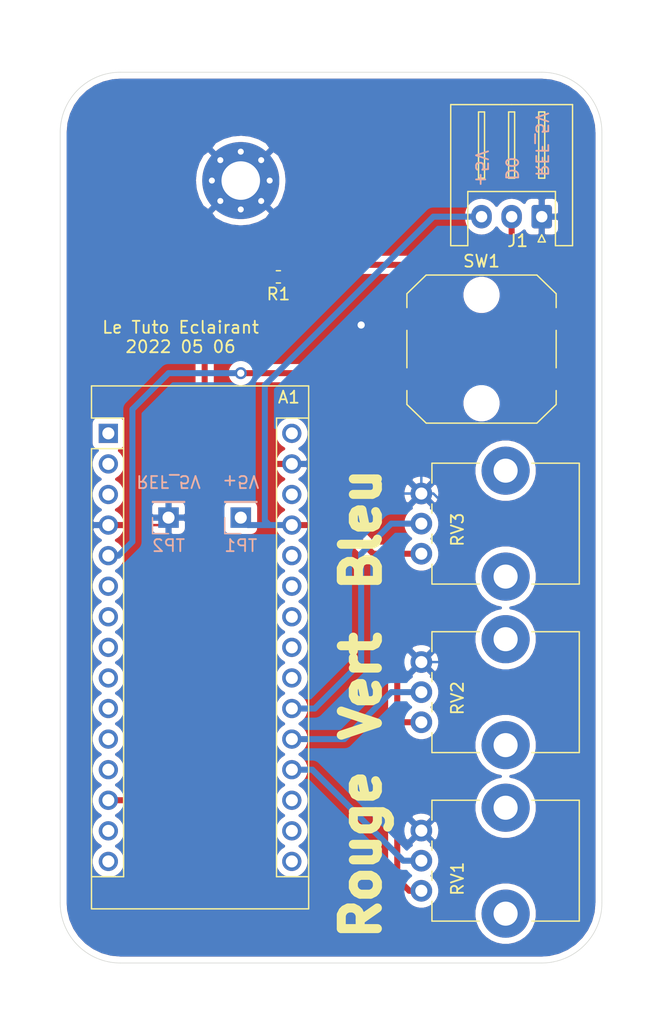
<source format=kicad_pcb>
(kicad_pcb (version 20171130) (host pcbnew "(5.1.10)-1")

  (general
    (thickness 1.6)
    (drawings 17)
    (tracks 77)
    (zones 0)
    (modules 10)
    (nets 31)
  )

  (page A4)
  (layers
    (0 F.Cu signal)
    (31 B.Cu signal)
    (32 B.Adhes user)
    (33 F.Adhes user)
    (34 B.Paste user)
    (35 F.Paste user)
    (36 B.SilkS user)
    (37 F.SilkS user)
    (38 B.Mask user)
    (39 F.Mask user)
    (40 Dwgs.User user)
    (41 Cmts.User user)
    (42 Eco1.User user)
    (43 Eco2.User user)
    (44 Edge.Cuts user)
    (45 Margin user)
    (46 B.CrtYd user)
    (47 F.CrtYd user)
    (48 B.Fab user)
    (49 F.Fab user)
  )

  (setup
    (last_trace_width 0.5)
    (trace_clearance 0.2)
    (zone_clearance 0.508)
    (zone_45_only no)
    (trace_min 0.2)
    (via_size 1)
    (via_drill 0.6)
    (via_min_size 0.4)
    (via_min_drill 0.3)
    (uvia_size 0.3)
    (uvia_drill 0.1)
    (uvias_allowed no)
    (uvia_min_size 0.2)
    (uvia_min_drill 0.1)
    (edge_width 0.05)
    (segment_width 0.2)
    (pcb_text_width 0.3)
    (pcb_text_size 1.5 1.5)
    (mod_edge_width 0.12)
    (mod_text_size 1 1)
    (mod_text_width 0.15)
    (pad_size 8.5 8.5)
    (pad_drill 4.3)
    (pad_to_mask_clearance 0.05)
    (aux_axis_origin 0 0)
    (visible_elements 7FFFFF7F)
    (pcbplotparams
      (layerselection 0x310fc_ffffffff)
      (usegerberextensions false)
      (usegerberattributes true)
      (usegerberadvancedattributes true)
      (creategerberjobfile true)
      (excludeedgelayer false)
      (linewidth 0.100000)
      (plotframeref false)
      (viasonmask false)
      (mode 1)
      (useauxorigin true)
      (hpglpennumber 1)
      (hpglpenspeed 20)
      (hpglpendiameter 15.000000)
      (psnegative false)
      (psa4output false)
      (plotreference true)
      (plotvalue true)
      (plotinvisibletext false)
      (padsonsilk true)
      (subtractmaskfromsilk false)
      (outputformat 1)
      (mirror false)
      (drillshape 0)
      (scaleselection 1)
      (outputdirectory "gerbers/"))
  )

  (net 0 "")
  (net 1 "Net-(A1-Pad1)")
  (net 2 "Net-(A1-Pad17)")
  (net 3 "Net-(A1-Pad2)")
  (net 4 "Net-(A1-Pad3)")
  (net 5 A0)
  (net 6 REF_5V)
  (net 7 A1)
  (net 8 A2)
  (net 9 "Net-(A1-Pad10)")
  (net 10 "Net-(A1-Pad11)")
  (net 11 "Net-(A1-Pad28)")
  (net 12 "Net-(A1-Pad13)")
  (net 13 "Net-(A1-Pad14)")
  (net 14 "Net-(A1-Pad30)")
  (net 15 "Net-(A1-Pad15)")
  (net 16 "Net-(A1-Pad16)")
  (net 17 5V)
  (net 18 "Net-(A1-Pad5)")
  (net 19 "Net-(A1-Pad7)")
  (net 20 "Net-(A1-Pad18)")
  (net 21 "Net-(A1-Pad23)")
  (net 22 "Net-(A1-Pad24)")
  (net 23 "Net-(A1-Pad9)")
  (net 24 "Net-(A1-Pad25)")
  (net 25 "Net-(A1-Pad26)")
  (net 26 "Net-(A1-Pad12)")
  (net 27 "Net-(A1-Pad22)")
  (net 28 "Net-(A1-Pad6)")
  (net 29 "Net-(A1-Pad8)")
  (net 30 S0)

  (net_class Default "This is the default net class."
    (clearance 0.2)
    (trace_width 0.5)
    (via_dia 1)
    (via_drill 0.6)
    (uvia_dia 0.3)
    (uvia_drill 0.1)
    (add_net 5V)
    (add_net A0)
    (add_net A1)
    (add_net A2)
    (add_net "Net-(A1-Pad1)")
    (add_net "Net-(A1-Pad10)")
    (add_net "Net-(A1-Pad11)")
    (add_net "Net-(A1-Pad12)")
    (add_net "Net-(A1-Pad13)")
    (add_net "Net-(A1-Pad14)")
    (add_net "Net-(A1-Pad15)")
    (add_net "Net-(A1-Pad16)")
    (add_net "Net-(A1-Pad17)")
    (add_net "Net-(A1-Pad18)")
    (add_net "Net-(A1-Pad2)")
    (add_net "Net-(A1-Pad22)")
    (add_net "Net-(A1-Pad23)")
    (add_net "Net-(A1-Pad24)")
    (add_net "Net-(A1-Pad25)")
    (add_net "Net-(A1-Pad26)")
    (add_net "Net-(A1-Pad28)")
    (add_net "Net-(A1-Pad3)")
    (add_net "Net-(A1-Pad30)")
    (add_net "Net-(A1-Pad5)")
    (add_net "Net-(A1-Pad6)")
    (add_net "Net-(A1-Pad7)")
    (add_net "Net-(A1-Pad8)")
    (add_net "Net-(A1-Pad9)")
    (add_net S0)
  )

  (net_class fin ""
    (clearance 0.2)
    (trace_width 0.2)
    (via_dia 1)
    (via_drill 0.6)
    (uvia_dia 0.3)
    (uvia_drill 0.1)
    (add_net REF_5V)
  )

  (net_class gros ""
    (clearance 0.2)
    (trace_width 1)
    (via_dia 1)
    (via_drill 0.6)
    (uvia_dia 0.3)
    (uvia_drill 0.1)
  )

  (module Connector_PinHeader_2.54mm:PinHeader_1x01_P2.54mm_Vertical (layer B.Cu) (tedit 59FED5CC) (tstamp 6242BE25)
    (at 114 113)
    (descr "Through hole straight pin header, 1x01, 2.54mm pitch, single row")
    (tags "Through hole pin header THT 1x01 2.54mm single row")
    (path /62501324)
    (fp_text reference TP2 (at 0 2.33) (layer B.SilkS)
      (effects (font (size 1 1) (thickness 0.15)) (justify mirror))
    )
    (fp_text value TestPoint (at 0 -2.33) (layer B.Fab)
      (effects (font (size 1 1) (thickness 0.15)) (justify mirror))
    )
    (fp_line (start 1.8 1.8) (end -1.8 1.8) (layer B.CrtYd) (width 0.05))
    (fp_line (start 1.8 -1.8) (end 1.8 1.8) (layer B.CrtYd) (width 0.05))
    (fp_line (start -1.8 -1.8) (end 1.8 -1.8) (layer B.CrtYd) (width 0.05))
    (fp_line (start -1.8 1.8) (end -1.8 -1.8) (layer B.CrtYd) (width 0.05))
    (fp_line (start -1.33 1.33) (end 0 1.33) (layer B.SilkS) (width 0.12))
    (fp_line (start -1.33 0) (end -1.33 1.33) (layer B.SilkS) (width 0.12))
    (fp_line (start -1.33 -1.27) (end 1.33 -1.27) (layer B.SilkS) (width 0.12))
    (fp_line (start 1.33 -1.27) (end 1.33 -1.33) (layer B.SilkS) (width 0.12))
    (fp_line (start -1.33 -1.27) (end -1.33 -1.33) (layer B.SilkS) (width 0.12))
    (fp_line (start -1.33 -1.33) (end 1.33 -1.33) (layer B.SilkS) (width 0.12))
    (fp_line (start -1.27 0.635) (end -0.635 1.27) (layer B.Fab) (width 0.1))
    (fp_line (start -1.27 -1.27) (end -1.27 0.635) (layer B.Fab) (width 0.1))
    (fp_line (start 1.27 -1.27) (end -1.27 -1.27) (layer B.Fab) (width 0.1))
    (fp_line (start 1.27 1.27) (end 1.27 -1.27) (layer B.Fab) (width 0.1))
    (fp_line (start -0.635 1.27) (end 1.27 1.27) (layer B.Fab) (width 0.1))
    (fp_text user %R (at 0 0 -90) (layer B.Fab)
      (effects (font (size 1 1) (thickness 0.15)) (justify mirror))
    )
    (pad 1 thru_hole rect (at 0 0) (size 1.7 1.7) (drill 1) (layers *.Cu *.Mask)
      (net 6 REF_5V))
    (model ${KISYS3DMOD}/Connector_PinHeader_2.54mm.3dshapes/PinHeader_1x01_P2.54mm_Vertical.wrl
      (at (xyz 0 0 0))
      (scale (xyz 1 1 1))
      (rotate (xyz 0 0 0))
    )
  )

  (module Connector_PinHeader_2.54mm:PinHeader_1x01_P2.54mm_Vertical (layer B.Cu) (tedit 59FED5CC) (tstamp 6242BE3A)
    (at 120 113)
    (descr "Through hole straight pin header, 1x01, 2.54mm pitch, single row")
    (tags "Through hole pin header THT 1x01 2.54mm single row")
    (path /625001AF)
    (fp_text reference TP1 (at 0 2.33) (layer B.SilkS)
      (effects (font (size 1 1) (thickness 0.15)) (justify mirror))
    )
    (fp_text value TestPoint (at 0 -2.33) (layer B.Fab)
      (effects (font (size 1 1) (thickness 0.15)) (justify mirror))
    )
    (fp_line (start -0.635 1.27) (end 1.27 1.27) (layer B.Fab) (width 0.1))
    (fp_line (start 1.27 1.27) (end 1.27 -1.27) (layer B.Fab) (width 0.1))
    (fp_line (start 1.27 -1.27) (end -1.27 -1.27) (layer B.Fab) (width 0.1))
    (fp_line (start -1.27 -1.27) (end -1.27 0.635) (layer B.Fab) (width 0.1))
    (fp_line (start -1.27 0.635) (end -0.635 1.27) (layer B.Fab) (width 0.1))
    (fp_line (start -1.33 -1.33) (end 1.33 -1.33) (layer B.SilkS) (width 0.12))
    (fp_line (start -1.33 -1.27) (end -1.33 -1.33) (layer B.SilkS) (width 0.12))
    (fp_line (start 1.33 -1.27) (end 1.33 -1.33) (layer B.SilkS) (width 0.12))
    (fp_line (start -1.33 -1.27) (end 1.33 -1.27) (layer B.SilkS) (width 0.12))
    (fp_line (start -1.33 0) (end -1.33 1.33) (layer B.SilkS) (width 0.12))
    (fp_line (start -1.33 1.33) (end 0 1.33) (layer B.SilkS) (width 0.12))
    (fp_line (start -1.8 1.8) (end -1.8 -1.8) (layer B.CrtYd) (width 0.05))
    (fp_line (start -1.8 -1.8) (end 1.8 -1.8) (layer B.CrtYd) (width 0.05))
    (fp_line (start 1.8 -1.8) (end 1.8 1.8) (layer B.CrtYd) (width 0.05))
    (fp_line (start 1.8 1.8) (end -1.8 1.8) (layer B.CrtYd) (width 0.05))
    (fp_text user %R (at 0 0 -90) (layer B.Fab)
      (effects (font (size 1 1) (thickness 0.15)) (justify mirror))
    )
    (pad 1 thru_hole rect (at 0 0) (size 1.7 1.7) (drill 1) (layers *.Cu *.Mask)
      (net 17 5V))
    (model ${KISYS3DMOD}/Connector_PinHeader_2.54mm.3dshapes/PinHeader_1x01_P2.54mm_Vertical.wrl
      (at (xyz 0 0 0))
      (scale (xyz 1 1 1))
      (rotate (xyz 0 0 0))
    )
  )

  (module Module:Arduino_Nano (layer F.Cu) (tedit 58ACAF70) (tstamp 627208C6)
    (at 109 106)
    (descr "Arduino Nano, http://www.mouser.com/pdfdocs/Gravitech_Arduino_Nano3_0.pdf")
    (tags "Arduino Nano")
    (path /627532E9)
    (fp_text reference A1 (at 15 -3) (layer F.SilkS)
      (effects (font (size 1 1) (thickness 0.15)))
    )
    (fp_text value Arduino_Nano_v3.x (at 8.89 19.05 90) (layer F.Fab)
      (effects (font (size 1 1) (thickness 0.15)))
    )
    (fp_line (start 16.75 42.16) (end -1.53 42.16) (layer F.CrtYd) (width 0.05))
    (fp_line (start 16.75 42.16) (end 16.75 -4.06) (layer F.CrtYd) (width 0.05))
    (fp_line (start -1.53 -4.06) (end -1.53 42.16) (layer F.CrtYd) (width 0.05))
    (fp_line (start -1.53 -4.06) (end 16.75 -4.06) (layer F.CrtYd) (width 0.05))
    (fp_line (start 16.51 -3.81) (end 16.51 39.37) (layer F.Fab) (width 0.1))
    (fp_line (start 0 -3.81) (end 16.51 -3.81) (layer F.Fab) (width 0.1))
    (fp_line (start -1.27 -2.54) (end 0 -3.81) (layer F.Fab) (width 0.1))
    (fp_line (start -1.27 39.37) (end -1.27 -2.54) (layer F.Fab) (width 0.1))
    (fp_line (start 16.51 39.37) (end -1.27 39.37) (layer F.Fab) (width 0.1))
    (fp_line (start 16.64 -3.94) (end -1.4 -3.94) (layer F.SilkS) (width 0.12))
    (fp_line (start 16.64 39.5) (end 16.64 -3.94) (layer F.SilkS) (width 0.12))
    (fp_line (start -1.4 39.5) (end 16.64 39.5) (layer F.SilkS) (width 0.12))
    (fp_line (start 3.81 41.91) (end 3.81 31.75) (layer F.Fab) (width 0.1))
    (fp_line (start 11.43 41.91) (end 3.81 41.91) (layer F.Fab) (width 0.1))
    (fp_line (start 11.43 31.75) (end 11.43 41.91) (layer F.Fab) (width 0.1))
    (fp_line (start 3.81 31.75) (end 11.43 31.75) (layer F.Fab) (width 0.1))
    (fp_line (start 1.27 36.83) (end -1.4 36.83) (layer F.SilkS) (width 0.12))
    (fp_line (start 1.27 1.27) (end 1.27 36.83) (layer F.SilkS) (width 0.12))
    (fp_line (start 1.27 1.27) (end -1.4 1.27) (layer F.SilkS) (width 0.12))
    (fp_line (start 13.97 36.83) (end 16.64 36.83) (layer F.SilkS) (width 0.12))
    (fp_line (start 13.97 -1.27) (end 13.97 36.83) (layer F.SilkS) (width 0.12))
    (fp_line (start 13.97 -1.27) (end 16.64 -1.27) (layer F.SilkS) (width 0.12))
    (fp_line (start -1.4 -3.94) (end -1.4 -1.27) (layer F.SilkS) (width 0.12))
    (fp_line (start -1.4 1.27) (end -1.4 39.5) (layer F.SilkS) (width 0.12))
    (fp_line (start 1.27 -1.27) (end -1.4 -1.27) (layer F.SilkS) (width 0.12))
    (fp_line (start 1.27 1.27) (end 1.27 -1.27) (layer F.SilkS) (width 0.12))
    (fp_text user %R (at 6.35 19.05 90) (layer F.Fab)
      (effects (font (size 1 1) (thickness 0.15)))
    )
    (pad 1 thru_hole rect (at 0 0) (size 1.6 1.6) (drill 1) (layers *.Cu *.Mask)
      (net 1 "Net-(A1-Pad1)"))
    (pad 17 thru_hole oval (at 15.24 33.02) (size 1.6 1.6) (drill 1) (layers *.Cu *.Mask)
      (net 2 "Net-(A1-Pad17)"))
    (pad 2 thru_hole oval (at 0 2.54) (size 1.6 1.6) (drill 1) (layers *.Cu *.Mask)
      (net 3 "Net-(A1-Pad2)"))
    (pad 18 thru_hole oval (at 15.24 30.48) (size 1.6 1.6) (drill 1) (layers *.Cu *.Mask)
      (net 20 "Net-(A1-Pad18)"))
    (pad 3 thru_hole oval (at 0 5.08) (size 1.6 1.6) (drill 1) (layers *.Cu *.Mask)
      (net 4 "Net-(A1-Pad3)"))
    (pad 19 thru_hole oval (at 15.24 27.94) (size 1.6 1.6) (drill 1) (layers *.Cu *.Mask)
      (net 5 A0))
    (pad 4 thru_hole oval (at 0 7.62) (size 1.6 1.6) (drill 1) (layers *.Cu *.Mask)
      (net 6 REF_5V))
    (pad 20 thru_hole oval (at 15.24 25.4) (size 1.6 1.6) (drill 1) (layers *.Cu *.Mask)
      (net 7 A1))
    (pad 5 thru_hole oval (at 0 10.16) (size 1.6 1.6) (drill 1) (layers *.Cu *.Mask)
      (net 18 "Net-(A1-Pad5)"))
    (pad 21 thru_hole oval (at 15.24 22.86) (size 1.6 1.6) (drill 1) (layers *.Cu *.Mask)
      (net 8 A2))
    (pad 6 thru_hole oval (at 0 12.7) (size 1.6 1.6) (drill 1) (layers *.Cu *.Mask)
      (net 28 "Net-(A1-Pad6)"))
    (pad 22 thru_hole oval (at 15.24 20.32) (size 1.6 1.6) (drill 1) (layers *.Cu *.Mask)
      (net 27 "Net-(A1-Pad22)"))
    (pad 7 thru_hole oval (at 0 15.24) (size 1.6 1.6) (drill 1) (layers *.Cu *.Mask)
      (net 19 "Net-(A1-Pad7)"))
    (pad 23 thru_hole oval (at 15.24 17.78) (size 1.6 1.6) (drill 1) (layers *.Cu *.Mask)
      (net 21 "Net-(A1-Pad23)"))
    (pad 8 thru_hole oval (at 0 17.78) (size 1.6 1.6) (drill 1) (layers *.Cu *.Mask)
      (net 29 "Net-(A1-Pad8)"))
    (pad 24 thru_hole oval (at 15.24 15.24) (size 1.6 1.6) (drill 1) (layers *.Cu *.Mask)
      (net 22 "Net-(A1-Pad24)"))
    (pad 9 thru_hole oval (at 0 20.32) (size 1.6 1.6) (drill 1) (layers *.Cu *.Mask)
      (net 23 "Net-(A1-Pad9)"))
    (pad 25 thru_hole oval (at 15.24 12.7) (size 1.6 1.6) (drill 1) (layers *.Cu *.Mask)
      (net 24 "Net-(A1-Pad25)"))
    (pad 10 thru_hole oval (at 0 22.86) (size 1.6 1.6) (drill 1) (layers *.Cu *.Mask)
      (net 9 "Net-(A1-Pad10)"))
    (pad 26 thru_hole oval (at 15.24 10.16) (size 1.6 1.6) (drill 1) (layers *.Cu *.Mask)
      (net 25 "Net-(A1-Pad26)"))
    (pad 11 thru_hole oval (at 0 25.4) (size 1.6 1.6) (drill 1) (layers *.Cu *.Mask)
      (net 10 "Net-(A1-Pad11)"))
    (pad 27 thru_hole oval (at 15.24 7.62) (size 1.6 1.6) (drill 1) (layers *.Cu *.Mask)
      (net 17 5V))
    (pad 12 thru_hole oval (at 0 27.94) (size 1.6 1.6) (drill 1) (layers *.Cu *.Mask)
      (net 26 "Net-(A1-Pad12)"))
    (pad 28 thru_hole oval (at 15.24 5.08) (size 1.6 1.6) (drill 1) (layers *.Cu *.Mask)
      (net 11 "Net-(A1-Pad28)"))
    (pad 13 thru_hole oval (at 0 30.48) (size 1.6 1.6) (drill 1) (layers *.Cu *.Mask)
      (net 12 "Net-(A1-Pad13)"))
    (pad 29 thru_hole oval (at 15.24 2.54) (size 1.6 1.6) (drill 1) (layers *.Cu *.Mask)
      (net 6 REF_5V))
    (pad 14 thru_hole oval (at 0 33.02) (size 1.6 1.6) (drill 1) (layers *.Cu *.Mask)
      (net 13 "Net-(A1-Pad14)"))
    (pad 30 thru_hole oval (at 15.24 0) (size 1.6 1.6) (drill 1) (layers *.Cu *.Mask)
      (net 14 "Net-(A1-Pad30)"))
    (pad 15 thru_hole oval (at 0 35.56) (size 1.6 1.6) (drill 1) (layers *.Cu *.Mask)
      (net 15 "Net-(A1-Pad15)"))
    (pad 16 thru_hole oval (at 15.24 35.56) (size 1.6 1.6) (drill 1) (layers *.Cu *.Mask)
      (net 16 "Net-(A1-Pad16)"))
    (model ${KISYS3DMOD}/Module.3dshapes/Arduino_Nano_WithMountingHoles.wrl
      (at (xyz 0 0 0))
      (scale (xyz 1 1 1))
      (rotate (xyz 0 0 0))
    )
  )

  (module MountingHole:MountingHole_3.2mm_M3_Pad_Via (layer F.Cu) (tedit 56DDBCCA) (tstamp 627208D6)
    (at 120 85)
    (descr "Mounting Hole 3.2mm, M3")
    (tags "mounting hole 3.2mm m3")
    (path /62741B08)
    (attr virtual)
    (fp_text reference H1 (at 0 -4.2) (layer F.SilkS) hide
      (effects (font (size 1 1) (thickness 0.15)))
    )
    (fp_text value MountingHole_Pad (at 0 4.2) (layer F.Fab)
      (effects (font (size 1 1) (thickness 0.15)))
    )
    (fp_circle (center 0 0) (end 3.45 0) (layer F.CrtYd) (width 0.05))
    (fp_circle (center 0 0) (end 3.2 0) (layer Cmts.User) (width 0.15))
    (fp_text user %R (at 0.3 0) (layer F.Fab)
      (effects (font (size 1 1) (thickness 0.15)))
    )
    (pad 1 thru_hole circle (at 0 0) (size 6.4 6.4) (drill 3.2) (layers *.Cu *.Mask)
      (net 6 REF_5V))
    (pad 1 thru_hole circle (at 2.4 0) (size 0.8 0.8) (drill 0.5) (layers *.Cu *.Mask)
      (net 6 REF_5V))
    (pad 1 thru_hole circle (at 1.697056 1.697056) (size 0.8 0.8) (drill 0.5) (layers *.Cu *.Mask)
      (net 6 REF_5V))
    (pad 1 thru_hole circle (at 0 2.4) (size 0.8 0.8) (drill 0.5) (layers *.Cu *.Mask)
      (net 6 REF_5V))
    (pad 1 thru_hole circle (at -1.697056 1.697056) (size 0.8 0.8) (drill 0.5) (layers *.Cu *.Mask)
      (net 6 REF_5V))
    (pad 1 thru_hole circle (at -2.4 0) (size 0.8 0.8) (drill 0.5) (layers *.Cu *.Mask)
      (net 6 REF_5V))
    (pad 1 thru_hole circle (at -1.697056 -1.697056) (size 0.8 0.8) (drill 0.5) (layers *.Cu *.Mask)
      (net 6 REF_5V))
    (pad 1 thru_hole circle (at 0 -2.4) (size 0.8 0.8) (drill 0.5) (layers *.Cu *.Mask)
      (net 6 REF_5V))
    (pad 1 thru_hole circle (at 1.697056 -1.697056) (size 0.8 0.8) (drill 0.5) (layers *.Cu *.Mask)
      (net 6 REF_5V))
  )

  (module Connector_JST:JST_XH_S3B-XH-A_1x03_P2.50mm_Horizontal (layer F.Cu) (tedit 5C281475) (tstamp 62720937)
    (at 145 88 180)
    (descr "JST XH series connector, S3B-XH-A (http://www.jst-mfg.com/product/pdf/eng/eXH.pdf), generated with kicad-footprint-generator")
    (tags "connector JST XH horizontal")
    (path /6274F2D1)
    (fp_text reference J1 (at 2 -2) (layer F.SilkS)
      (effects (font (size 1 1) (thickness 0.15)))
    )
    (fp_text value Conn_01x03 (at 2.5 10.4) (layer F.Fab)
      (effects (font (size 1 1) (thickness 0.15)))
    )
    (fp_line (start 0 1.2) (end 0.625 2.2) (layer F.Fab) (width 0.1))
    (fp_line (start -0.625 2.2) (end 0 1.2) (layer F.Fab) (width 0.1))
    (fp_line (start 0.3 -2.1) (end 0 -1.5) (layer F.SilkS) (width 0.12))
    (fp_line (start -0.3 -2.1) (end 0.3 -2.1) (layer F.SilkS) (width 0.12))
    (fp_line (start 0 -1.5) (end -0.3 -2.1) (layer F.SilkS) (width 0.12))
    (fp_line (start 5.25 3.2) (end 4.75 3.2) (layer F.SilkS) (width 0.12))
    (fp_line (start 5.25 8.7) (end 5.25 3.2) (layer F.SilkS) (width 0.12))
    (fp_line (start 4.75 8.7) (end 5.25 8.7) (layer F.SilkS) (width 0.12))
    (fp_line (start 4.75 3.2) (end 4.75 8.7) (layer F.SilkS) (width 0.12))
    (fp_line (start 2.75 3.2) (end 2.25 3.2) (layer F.SilkS) (width 0.12))
    (fp_line (start 2.75 8.7) (end 2.75 3.2) (layer F.SilkS) (width 0.12))
    (fp_line (start 2.25 8.7) (end 2.75 8.7) (layer F.SilkS) (width 0.12))
    (fp_line (start 2.25 3.2) (end 2.25 8.7) (layer F.SilkS) (width 0.12))
    (fp_line (start 0.25 3.2) (end -0.25 3.2) (layer F.SilkS) (width 0.12))
    (fp_line (start 0.25 8.7) (end 0.25 3.2) (layer F.SilkS) (width 0.12))
    (fp_line (start -0.25 8.7) (end 0.25 8.7) (layer F.SilkS) (width 0.12))
    (fp_line (start -0.25 3.2) (end -0.25 8.7) (layer F.SilkS) (width 0.12))
    (fp_line (start 6.25 2.2) (end 2.5 2.2) (layer F.Fab) (width 0.1))
    (fp_line (start 6.25 -2.3) (end 6.25 2.2) (layer F.Fab) (width 0.1))
    (fp_line (start 7.45 -2.3) (end 6.25 -2.3) (layer F.Fab) (width 0.1))
    (fp_line (start 7.45 9.2) (end 7.45 -2.3) (layer F.Fab) (width 0.1))
    (fp_line (start 2.5 9.2) (end 7.45 9.2) (layer F.Fab) (width 0.1))
    (fp_line (start -1.25 2.2) (end 2.5 2.2) (layer F.Fab) (width 0.1))
    (fp_line (start -1.25 -2.3) (end -1.25 2.2) (layer F.Fab) (width 0.1))
    (fp_line (start -2.45 -2.3) (end -1.25 -2.3) (layer F.Fab) (width 0.1))
    (fp_line (start -2.45 9.2) (end -2.45 -2.3) (layer F.Fab) (width 0.1))
    (fp_line (start 2.5 9.2) (end -2.45 9.2) (layer F.Fab) (width 0.1))
    (fp_line (start 6.14 2.09) (end 2.5 2.09) (layer F.SilkS) (width 0.12))
    (fp_line (start 6.14 -2.41) (end 6.14 2.09) (layer F.SilkS) (width 0.12))
    (fp_line (start 7.56 -2.41) (end 6.14 -2.41) (layer F.SilkS) (width 0.12))
    (fp_line (start 7.56 9.31) (end 7.56 -2.41) (layer F.SilkS) (width 0.12))
    (fp_line (start 2.5 9.31) (end 7.56 9.31) (layer F.SilkS) (width 0.12))
    (fp_line (start -1.14 2.09) (end 2.5 2.09) (layer F.SilkS) (width 0.12))
    (fp_line (start -1.14 -2.41) (end -1.14 2.09) (layer F.SilkS) (width 0.12))
    (fp_line (start -2.56 -2.41) (end -1.14 -2.41) (layer F.SilkS) (width 0.12))
    (fp_line (start -2.56 9.31) (end -2.56 -2.41) (layer F.SilkS) (width 0.12))
    (fp_line (start 2.5 9.31) (end -2.56 9.31) (layer F.SilkS) (width 0.12))
    (fp_line (start 7.95 -2.8) (end -2.95 -2.8) (layer F.CrtYd) (width 0.05))
    (fp_line (start 7.95 9.7) (end 7.95 -2.8) (layer F.CrtYd) (width 0.05))
    (fp_line (start -2.95 9.7) (end 7.95 9.7) (layer F.CrtYd) (width 0.05))
    (fp_line (start -2.95 -2.8) (end -2.95 9.7) (layer F.CrtYd) (width 0.05))
    (fp_text user %R (at 2.5 3.45) (layer F.Fab)
      (effects (font (size 1 1) (thickness 0.15)))
    )
    (pad 1 thru_hole roundrect (at 0 0 180) (size 1.7 1.95) (drill 0.95) (layers *.Cu *.Mask) (roundrect_rratio 0.147059)
      (net 6 REF_5V))
    (pad 2 thru_hole oval (at 2.5 0 180) (size 1.7 1.95) (drill 0.95) (layers *.Cu *.Mask)
      (net 30 S0))
    (pad 3 thru_hole oval (at 5 0 180) (size 1.7 1.95) (drill 0.95) (layers *.Cu *.Mask)
      (net 17 5V))
    (model ${KISYS3DMOD}/Connector_JST.3dshapes/JST_XH_S3B-XH-A_1x03_P2.50mm_Horizontal.wrl
      (at (xyz 0 0 0))
      (scale (xyz 1 1 1))
      (rotate (xyz 0 0 0))
    )
  )

  (module Resistor_SMD:R_0603_1608Metric_Pad1.05x0.95mm_HandSolder (layer F.Cu) (tedit 5B301BBD) (tstamp 62720948)
    (at 123.125 93 180)
    (descr "Resistor SMD 0603 (1608 Metric), square (rectangular) end terminal, IPC_7351 nominal with elongated pad for handsoldering. (Body size source: http://www.tortai-tech.com/upload/download/2011102023233369053.pdf), generated with kicad-footprint-generator")
    (tags "resistor handsolder")
    (path /627465D2)
    (attr smd)
    (fp_text reference R1 (at 0 -1.43) (layer F.SilkS)
      (effects (font (size 1 1) (thickness 0.15)))
    )
    (fp_text value 470R (at 0 1.43) (layer F.Fab)
      (effects (font (size 1 1) (thickness 0.15)))
    )
    (fp_line (start 1.65 0.73) (end -1.65 0.73) (layer F.CrtYd) (width 0.05))
    (fp_line (start 1.65 -0.73) (end 1.65 0.73) (layer F.CrtYd) (width 0.05))
    (fp_line (start -1.65 -0.73) (end 1.65 -0.73) (layer F.CrtYd) (width 0.05))
    (fp_line (start -1.65 0.73) (end -1.65 -0.73) (layer F.CrtYd) (width 0.05))
    (fp_line (start -0.171267 0.51) (end 0.171267 0.51) (layer F.SilkS) (width 0.12))
    (fp_line (start -0.171267 -0.51) (end 0.171267 -0.51) (layer F.SilkS) (width 0.12))
    (fp_line (start 0.8 0.4) (end -0.8 0.4) (layer F.Fab) (width 0.1))
    (fp_line (start 0.8 -0.4) (end 0.8 0.4) (layer F.Fab) (width 0.1))
    (fp_line (start -0.8 -0.4) (end 0.8 -0.4) (layer F.Fab) (width 0.1))
    (fp_line (start -0.8 0.4) (end -0.8 -0.4) (layer F.Fab) (width 0.1))
    (fp_text user %R (at 0 0) (layer F.Fab)
      (effects (font (size 0.4 0.4) (thickness 0.06)))
    )
    (pad 1 smd roundrect (at -0.875 0 180) (size 1.05 0.95) (layers F.Cu F.Paste F.Mask) (roundrect_rratio 0.25)
      (net 30 S0))
    (pad 2 smd roundrect (at 0.875 0 180) (size 1.05 0.95) (layers F.Cu F.Paste F.Mask) (roundrect_rratio 0.25)
      (net 12 "Net-(A1-Pad13)"))
    (model ${KISYS3DMOD}/Resistor_SMD.3dshapes/R_0603_1608Metric.wrl
      (at (xyz 0 0 0))
      (scale (xyz 1 1 1))
      (rotate (xyz 0 0 0))
    )
  )

  (module Button_Switch_SMD:SW_Push_1P1T_NO_CK_PTS125Sx43PSMTR (layer F.Cu) (tedit 5CEA3585) (tstamp 627209BC)
    (at 140 99)
    (descr "C&K Switches 1P1T SMD PTS125 Series 12mm Tact Switch with Pegs, https://www.ckswitches.com/media/1462/pts125.pdf")
    (tags "Button Tactile Switch SPST 1P1T")
    (path /6275B739)
    (attr smd)
    (fp_text reference SW1 (at 0 -7.3) (layer F.SilkS)
      (effects (font (size 1 1) (thickness 0.15)))
    )
    (fp_text value SW_Push (at 0 7.1) (layer F.Fab)
      (effects (font (size 1 1) (thickness 0.15)))
    )
    (fp_line (start -6 -4.5) (end -6 4.5) (layer F.Fab) (width 0.1))
    (fp_line (start -4.5 6) (end 4.5 6) (layer F.Fab) (width 0.1))
    (fp_line (start 6 4.5) (end 6 -4.5) (layer F.Fab) (width 0.1))
    (fp_line (start 4.5 -6) (end -4.5 -6) (layer F.Fab) (width 0.1))
    (fp_circle (center 0 0) (end 3.5 0) (layer F.Fab) (width 0.1))
    (fp_line (start -8.4 -6.25) (end 8.4 -6.25) (layer F.CrtYd) (width 0.05))
    (fp_line (start 8.4 -6.25) (end 8.4 6.25) (layer F.CrtYd) (width 0.05))
    (fp_line (start 8.4 6.25) (end -8.4 6.25) (layer F.CrtYd) (width 0.05))
    (fp_line (start -8.4 6.25) (end -8.4 -6.25) (layer F.CrtYd) (width 0.05))
    (fp_line (start -6 -4.5) (end -4.5 -6) (layer F.Fab) (width 0.1))
    (fp_line (start 4.5 -6) (end 6 -4.5) (layer F.Fab) (width 0.1))
    (fp_line (start 6 4.5) (end 4.5 6) (layer F.Fab) (width 0.1))
    (fp_line (start -4.5 6) (end -6 4.5) (layer F.Fab) (width 0.1))
    (fp_line (start -6.2 -1.55) (end -6.2 1.55) (layer F.SilkS) (width 0.12))
    (fp_line (start -6.2 4.6) (end -4.6 6.15) (layer F.SilkS) (width 0.12))
    (fp_line (start -6.2 -4.6) (end -4.6 -6.15) (layer F.SilkS) (width 0.12))
    (fp_line (start 4.6 -6.15) (end 6.2 -4.6) (layer F.SilkS) (width 0.12))
    (fp_line (start 6.2 -1.55) (end 6.2 1.55) (layer F.SilkS) (width 0.12))
    (fp_line (start 4.6 6.15) (end 6.2 4.6) (layer F.SilkS) (width 0.12))
    (fp_line (start -4.6 -6.15) (end 4.6 -6.15) (layer F.SilkS) (width 0.12))
    (fp_line (start -4.6 6.15) (end 4.6 6.15) (layer F.SilkS) (width 0.12))
    (fp_line (start -6.2 -3.45) (end -6.2 -4.6) (layer F.SilkS) (width 0.12))
    (fp_line (start 6.2 -3.45) (end 6.2 -4.6) (layer F.SilkS) (width 0.12))
    (fp_line (start 6.2 3.45) (end 6.2 4.6) (layer F.SilkS) (width 0.12))
    (fp_line (start -6.2 3.45) (end -6.2 4.6) (layer F.SilkS) (width 0.12))
    (fp_text user %R (at 0 0) (layer F.Fab)
      (effects (font (size 1 1) (thickness 0.15)))
    )
    (pad 2 smd rect (at 7.15 2.5) (size 2 1.5) (layers F.Cu F.Paste F.Mask)
      (net 18 "Net-(A1-Pad5)"))
    (pad 2 smd rect (at -7.15 2.5) (size 2 1.5) (layers F.Cu F.Paste F.Mask)
      (net 18 "Net-(A1-Pad5)"))
    (pad 1 smd rect (at -7.15 -2.5) (size 2 1.5) (layers F.Cu F.Paste F.Mask)
      (net 6 REF_5V))
    (pad 1 smd rect (at 7.15 -2.5) (size 2 1.5) (layers F.Cu F.Paste F.Mask)
      (net 6 REF_5V))
    (pad "" np_thru_hole circle (at 0 4.5) (size 2 2) (drill 2) (layers *.Cu *.Mask))
    (pad "" np_thru_hole circle (at 0 -4.5) (size 2 2) (drill 2) (layers *.Cu *.Mask))
    (model ${KISYS3DMOD}/Button_Switch_SMD.3dshapes/SW_Push_1P1T_NO_CK_PTS125Sx43PSMTR.wrl
      (at (xyz 0 0 0))
      (scale (xyz 1 1 1))
      (rotate (xyz 0 0 0))
    )
  )

  (module Potentiometer_THT:Potentiometer_Alps_RK09K_Single_Vertical (layer F.Cu) (tedit 5A3D4993) (tstamp 627213EF)
    (at 135 144)
    (descr "Potentiometer, vertical, Alps RK09K Single, http://www.alps.com/prod/info/E/HTML/Potentiometer/RotaryPotentiometers/RK09K/RK09K_list.html")
    (tags "Potentiometer vertical Alps RK09K Single")
    (path /622874D9)
    (attr smd)
    (fp_text reference RV1 (at 3 -1 90) (layer F.SilkS)
      (effects (font (size 1 1) (thickness 0.15)))
    )
    (fp_text value R_POT_Small (at 6.05 5.15) (layer F.Fab)
      (effects (font (size 1 1) (thickness 0.15)))
    )
    (fp_circle (center 7.5 -2.5) (end 10.5 -2.5) (layer F.Fab) (width 0.1))
    (fp_line (start 1 -7.4) (end 1 2.4) (layer F.Fab) (width 0.1))
    (fp_line (start 1 2.4) (end 13 2.4) (layer F.Fab) (width 0.1))
    (fp_line (start 13 2.4) (end 13 -7.4) (layer F.Fab) (width 0.1))
    (fp_line (start 13 -7.4) (end 1 -7.4) (layer F.Fab) (width 0.1))
    (fp_line (start 0.88 -7.521) (end 4.817 -7.521) (layer F.SilkS) (width 0.12))
    (fp_line (start 9.184 -7.521) (end 13.12 -7.521) (layer F.SilkS) (width 0.12))
    (fp_line (start 0.88 2.52) (end 4.817 2.52) (layer F.SilkS) (width 0.12))
    (fp_line (start 9.184 2.52) (end 13.12 2.52) (layer F.SilkS) (width 0.12))
    (fp_line (start 0.88 -7.521) (end 0.88 -5.871) (layer F.SilkS) (width 0.12))
    (fp_line (start 0.88 -4.129) (end 0.88 -3.37) (layer F.SilkS) (width 0.12))
    (fp_line (start 0.88 -1.629) (end 0.88 -0.87) (layer F.SilkS) (width 0.12))
    (fp_line (start 0.88 0.87) (end 0.88 2.52) (layer F.SilkS) (width 0.12))
    (fp_line (start 13.12 -7.521) (end 13.12 2.52) (layer F.SilkS) (width 0.12))
    (fp_line (start -1.15 -9.15) (end -1.15 4.15) (layer F.CrtYd) (width 0.05))
    (fp_line (start -1.15 4.15) (end 13.25 4.15) (layer F.CrtYd) (width 0.05))
    (fp_line (start 13.25 4.15) (end 13.25 -9.15) (layer F.CrtYd) (width 0.05))
    (fp_line (start 13.25 -9.15) (end -1.15 -9.15) (layer F.CrtYd) (width 0.05))
    (fp_text user %R (at 2 -2.5 90) (layer F.Fab)
      (effects (font (size 1 1) (thickness 0.15)))
    )
    (pad 3 thru_hole circle (at 0 -5) (size 1.8 1.8) (drill 1) (layers *.Cu *.Mask)
      (net 6 REF_5V))
    (pad 2 thru_hole circle (at 0 -2.5) (size 1.8 1.8) (drill 1) (layers *.Cu *.Mask)
      (net 5 A0))
    (pad 1 thru_hole circle (at 0 0) (size 1.8 1.8) (drill 1) (layers *.Cu *.Mask)
      (net 17 5V))
    (pad "" np_thru_hole circle (at 7 -6.9) (size 4 4) (drill 2) (layers *.Cu *.Mask))
    (pad "" np_thru_hole circle (at 7 1.9) (size 4 4) (drill 2) (layers *.Cu *.Mask))
    (model ${KISYS3DMOD}/Potentiometer_THT.3dshapes/Potentiometer_Alps_RK09K_Single_Vertical.wrl
      (at (xyz 0 0 0))
      (scale (xyz 1 1 1))
      (rotate (xyz 0 0 0))
    )
  )

  (module Potentiometer_THT:Potentiometer_Alps_RK09K_Single_Vertical (layer F.Cu) (tedit 5A3D4993) (tstamp 62721425)
    (at 135 130)
    (descr "Potentiometer, vertical, Alps RK09K Single, http://www.alps.com/prod/info/E/HTML/Potentiometer/RotaryPotentiometers/RK09K/RK09K_list.html")
    (tags "Potentiometer vertical Alps RK09K Single")
    (path /6276CA41)
    (attr smd)
    (fp_text reference RV2 (at 3 -2 90) (layer F.SilkS)
      (effects (font (size 1 1) (thickness 0.15)))
    )
    (fp_text value R_POT_Small (at 6.05 5.15) (layer F.Fab)
      (effects (font (size 1 1) (thickness 0.15)))
    )
    (fp_line (start 13.25 -9.15) (end -1.15 -9.15) (layer F.CrtYd) (width 0.05))
    (fp_line (start 13.25 4.15) (end 13.25 -9.15) (layer F.CrtYd) (width 0.05))
    (fp_line (start -1.15 4.15) (end 13.25 4.15) (layer F.CrtYd) (width 0.05))
    (fp_line (start -1.15 -9.15) (end -1.15 4.15) (layer F.CrtYd) (width 0.05))
    (fp_line (start 13.12 -7.521) (end 13.12 2.52) (layer F.SilkS) (width 0.12))
    (fp_line (start 0.88 0.87) (end 0.88 2.52) (layer F.SilkS) (width 0.12))
    (fp_line (start 0.88 -1.629) (end 0.88 -0.87) (layer F.SilkS) (width 0.12))
    (fp_line (start 0.88 -4.129) (end 0.88 -3.37) (layer F.SilkS) (width 0.12))
    (fp_line (start 0.88 -7.521) (end 0.88 -5.871) (layer F.SilkS) (width 0.12))
    (fp_line (start 9.184 2.52) (end 13.12 2.52) (layer F.SilkS) (width 0.12))
    (fp_line (start 0.88 2.52) (end 4.817 2.52) (layer F.SilkS) (width 0.12))
    (fp_line (start 9.184 -7.521) (end 13.12 -7.521) (layer F.SilkS) (width 0.12))
    (fp_line (start 0.88 -7.521) (end 4.817 -7.521) (layer F.SilkS) (width 0.12))
    (fp_line (start 13 -7.4) (end 1 -7.4) (layer F.Fab) (width 0.1))
    (fp_line (start 13 2.4) (end 13 -7.4) (layer F.Fab) (width 0.1))
    (fp_line (start 1 2.4) (end 13 2.4) (layer F.Fab) (width 0.1))
    (fp_line (start 1 -7.4) (end 1 2.4) (layer F.Fab) (width 0.1))
    (fp_circle (center 7.5 -2.5) (end 10.5 -2.5) (layer F.Fab) (width 0.1))
    (fp_text user %R (at 2 -2.5 90) (layer F.Fab)
      (effects (font (size 1 1) (thickness 0.15)))
    )
    (pad "" np_thru_hole circle (at 7 1.9) (size 4 4) (drill 2) (layers *.Cu *.Mask))
    (pad "" np_thru_hole circle (at 7 -6.9) (size 4 4) (drill 2) (layers *.Cu *.Mask))
    (pad 1 thru_hole circle (at 0 0) (size 1.8 1.8) (drill 1) (layers *.Cu *.Mask)
      (net 17 5V))
    (pad 2 thru_hole circle (at 0 -2.5) (size 1.8 1.8) (drill 1) (layers *.Cu *.Mask)
      (net 7 A1))
    (pad 3 thru_hole circle (at 0 -5) (size 1.8 1.8) (drill 1) (layers *.Cu *.Mask)
      (net 6 REF_5V))
    (model ${KISYS3DMOD}/Potentiometer_THT.3dshapes/Potentiometer_Alps_RK09K_Single_Vertical.wrl
      (at (xyz 0 0 0))
      (scale (xyz 1 1 1))
      (rotate (xyz 0 0 0))
    )
  )

  (module Potentiometer_THT:Potentiometer_Alps_RK09K_Single_Vertical (layer F.Cu) (tedit 5A3D4993) (tstamp 62721441)
    (at 135 116)
    (descr "Potentiometer, vertical, Alps RK09K Single, http://www.alps.com/prod/info/E/HTML/Potentiometer/RotaryPotentiometers/RK09K/RK09K_list.html")
    (tags "Potentiometer vertical Alps RK09K Single")
    (path /6276CE35)
    (attr smd)
    (fp_text reference RV3 (at 3 -2 90) (layer F.SilkS)
      (effects (font (size 1 1) (thickness 0.15)))
    )
    (fp_text value R_POT_Small (at 6.05 5.15) (layer F.Fab)
      (effects (font (size 1 1) (thickness 0.15)))
    )
    (fp_circle (center 7.5 -2.5) (end 10.5 -2.5) (layer F.Fab) (width 0.1))
    (fp_line (start 1 -7.4) (end 1 2.4) (layer F.Fab) (width 0.1))
    (fp_line (start 1 2.4) (end 13 2.4) (layer F.Fab) (width 0.1))
    (fp_line (start 13 2.4) (end 13 -7.4) (layer F.Fab) (width 0.1))
    (fp_line (start 13 -7.4) (end 1 -7.4) (layer F.Fab) (width 0.1))
    (fp_line (start 0.88 -7.521) (end 4.817 -7.521) (layer F.SilkS) (width 0.12))
    (fp_line (start 9.184 -7.521) (end 13.12 -7.521) (layer F.SilkS) (width 0.12))
    (fp_line (start 0.88 2.52) (end 4.817 2.52) (layer F.SilkS) (width 0.12))
    (fp_line (start 9.184 2.52) (end 13.12 2.52) (layer F.SilkS) (width 0.12))
    (fp_line (start 0.88 -7.521) (end 0.88 -5.871) (layer F.SilkS) (width 0.12))
    (fp_line (start 0.88 -4.129) (end 0.88 -3.37) (layer F.SilkS) (width 0.12))
    (fp_line (start 0.88 -1.629) (end 0.88 -0.87) (layer F.SilkS) (width 0.12))
    (fp_line (start 0.88 0.87) (end 0.88 2.52) (layer F.SilkS) (width 0.12))
    (fp_line (start 13.12 -7.521) (end 13.12 2.52) (layer F.SilkS) (width 0.12))
    (fp_line (start -1.15 -9.15) (end -1.15 4.15) (layer F.CrtYd) (width 0.05))
    (fp_line (start -1.15 4.15) (end 13.25 4.15) (layer F.CrtYd) (width 0.05))
    (fp_line (start 13.25 4.15) (end 13.25 -9.15) (layer F.CrtYd) (width 0.05))
    (fp_line (start 13.25 -9.15) (end -1.15 -9.15) (layer F.CrtYd) (width 0.05))
    (fp_text user %R (at 2 -2.5 90) (layer F.Fab)
      (effects (font (size 1 1) (thickness 0.15)))
    )
    (pad 3 thru_hole circle (at 0 -5) (size 1.8 1.8) (drill 1) (layers *.Cu *.Mask)
      (net 6 REF_5V))
    (pad 2 thru_hole circle (at 0 -2.5) (size 1.8 1.8) (drill 1) (layers *.Cu *.Mask)
      (net 8 A2))
    (pad 1 thru_hole circle (at 0 0) (size 1.8 1.8) (drill 1) (layers *.Cu *.Mask)
      (net 17 5V))
    (pad "" np_thru_hole circle (at 7 -6.9) (size 4 4) (drill 2) (layers *.Cu *.Mask))
    (pad "" np_thru_hole circle (at 7 1.9) (size 4 4) (drill 2) (layers *.Cu *.Mask))
    (model ${KISYS3DMOD}/Potentiometer_THT.3dshapes/Potentiometer_Alps_RK09K_Single_Vertical.wrl
      (at (xyz 0 0 0))
      (scale (xyz 1 1 1))
      (rotate (xyz 0 0 0))
    )
  )

  (gr_text D0 (at 142.5 84 -90) (layer B.SilkS) (tstamp 627542B4)
    (effects (font (size 1 1) (thickness 0.15)) (justify mirror))
  )
  (gr_text REF_5V (at 145 82 270) (layer B.SilkS) (tstamp 627542B1)
    (effects (font (size 1 1) (thickness 0.15)) (justify mirror))
  )
  (gr_text +5V (at 140 84 270) (layer B.SilkS) (tstamp 62754270)
    (effects (font (size 1 1) (thickness 0.15)) (justify mirror))
  )
  (gr_arc (start 145 145) (end 145 150) (angle -90) (layer Edge.Cuts) (width 0.05))
  (gr_arc (start 145 81) (end 150 81) (angle -90) (layer Edge.Cuts) (width 0.05))
  (gr_arc (start 110 81) (end 110 76) (angle -90) (layer Edge.Cuts) (width 0.05))
  (gr_arc (start 110 145) (end 105 145) (angle -90) (layer Edge.Cuts) (width 0.05))
  (gr_text Vert (at 130 127 90) (layer F.SilkS) (tstamp 622A29A0)
    (effects (font (size 3 3) (thickness 0.75)))
  )
  (gr_text Bleu (at 130 114 90) (layer F.SilkS) (tstamp 622A299D)
    (effects (font (size 3 3) (thickness 0.75)))
  )
  (gr_text Rouge (at 130 141 90) (layer F.SilkS) (tstamp 622A2999)
    (effects (font (size 3 3) (thickness 0.75)))
  )
  (gr_text REF_5V (at 114 110 180) (layer B.SilkS)
    (effects (font (size 1 1) (thickness 0.15)) (justify mirror))
  )
  (gr_text +5V (at 120 110 180) (layer B.SilkS)
    (effects (font (size 1 1) (thickness 0.15)) (justify mirror))
  )
  (gr_line (start 145 76) (end 110 76) (layer Edge.Cuts) (width 0.05) (tstamp 622A0353))
  (gr_line (start 150 145) (end 150 81) (layer Edge.Cuts) (width 0.05))
  (gr_line (start 110 150) (end 145 150) (layer Edge.Cuts) (width 0.05))
  (gr_line (start 105 81) (end 105 145) (layer Edge.Cuts) (width 0.05))
  (gr_text "Le Tuto Eclairant\n2022 05 06\n" (at 115 98) (layer F.SilkS)
    (effects (font (size 1 1) (thickness 0.15)))
  )

  (segment (start 135 141.5) (end 133.5 141.5) (width 0.5) (layer B.Cu) (net 5))
  (segment (start 125.94 133.94) (end 124.24 133.94) (width 0.5) (layer B.Cu) (net 5))
  (segment (start 133.5 141.5) (end 125.94 133.94) (width 0.5) (layer B.Cu) (net 5))
  (segment (start 145 96) (end 145.5 96.5) (width 0.2) (layer F.Cu) (net 6))
  (segment (start 145 88) (end 145 96) (width 0.2) (layer F.Cu) (net 6))
  (segment (start 145.5 96.5) (end 147.15 96.5) (width 0.2) (layer F.Cu) (net 6))
  (segment (start 132.85 96.5) (end 145.5 96.5) (width 0.2) (layer F.Cu) (net 6))
  (segment (start 137 125) (end 135 125) (width 0.2) (layer B.Cu) (net 6))
  (segment (start 137 137) (end 137 125) (width 0.2) (layer B.Cu) (net 6))
  (segment (start 135 139) (end 137 137) (width 0.2) (layer B.Cu) (net 6))
  (segment (start 137 125) (end 137 112) (width 0.2) (layer B.Cu) (net 6))
  (segment (start 136 111) (end 135 111) (width 0.2) (layer B.Cu) (net 6))
  (segment (start 137 112) (end 136 111) (width 0.2) (layer B.Cu) (net 6))
  (segment (start 135 111) (end 131 111) (width 0.2) (layer B.Cu) (net 6))
  (segment (start 128.54 108.54) (end 124.24 108.54) (width 0.2) (layer B.Cu) (net 6))
  (segment (start 131 111) (end 128.54 108.54) (width 0.2) (layer B.Cu) (net 6))
  (segment (start 113.38 113.62) (end 114 113) (width 0.2) (layer F.Cu) (net 6))
  (segment (start 109 113.62) (end 113.38 113.62) (width 0.2) (layer F.Cu) (net 6))
  (segment (start 114 113) (end 114 141) (width 0.2) (layer B.Cu) (net 6))
  (segment (start 114 141) (end 120 147) (width 0.2) (layer B.Cu) (net 6))
  (segment (start 136 140) (end 135 139) (width 0.2) (layer B.Cu) (net 6))
  (segment (start 135 139) (end 137 141) (width 0.2) (layer B.Cu) (net 6))
  (segment (start 136 147) (end 137 146) (width 0.2) (layer B.Cu) (net 6))
  (segment (start 120 147) (end 136 147) (width 0.2) (layer B.Cu) (net 6))
  (segment (start 137 146) (end 137 141) (width 0.2) (layer B.Cu) (net 6))
  (segment (start 135 111) (end 135 102) (width 0.2) (layer B.Cu) (net 6))
  (via (at 130 97) (size 1) (drill 0.6) (layers F.Cu B.Cu) (net 6))
  (segment (start 135 102) (end 130 97) (width 0.2) (layer B.Cu) (net 6))
  (segment (start 130.5 96.5) (end 132.85 96.5) (width 0.2) (layer F.Cu) (net 6))
  (segment (start 130 97) (end 130.5 96.5) (width 0.2) (layer F.Cu) (net 6))
  (segment (start 124.24 131.4) (end 128.6 131.4) (width 0.5) (layer B.Cu) (net 7))
  (segment (start 132.5 127.5) (end 135 127.5) (width 0.5) (layer B.Cu) (net 7))
  (segment (start 128.6 131.4) (end 132.5 127.5) (width 0.5) (layer B.Cu) (net 7))
  (segment (start 124.24 128.86) (end 126.14 128.86) (width 0.5) (layer B.Cu) (net 8))
  (segment (start 126.14 128.86) (end 130 125) (width 0.5) (layer B.Cu) (net 8))
  (segment (start 130 125) (end 130 116) (width 0.5) (layer B.Cu) (net 8))
  (segment (start 132.5 113.5) (end 135 113.5) (width 0.5) (layer B.Cu) (net 8))
  (segment (start 130 116) (end 132.5 113.5) (width 0.5) (layer B.Cu) (net 8))
  (segment (start 120 93) (end 122.25 93) (width 0.5) (layer F.Cu) (net 12))
  (segment (start 117 133) (end 117 96) (width 0.5) (layer F.Cu) (net 12))
  (segment (start 117 96) (end 120 93) (width 0.5) (layer F.Cu) (net 12))
  (segment (start 113.52 136.48) (end 117 133) (width 0.5) (layer F.Cu) (net 12))
  (segment (start 109 136.48) (end 113.52 136.48) (width 0.5) (layer F.Cu) (net 12))
  (segment (start 120.62 113.62) (end 120 113) (width 0.5) (layer B.Cu) (net 17))
  (segment (start 133 128) (end 133 118) (width 0.5) (layer F.Cu) (net 17))
  (segment (start 134 144) (end 135 144) (width 0.5) (layer F.Cu) (net 17))
  (segment (start 133 143) (end 134 144) (width 0.5) (layer F.Cu) (net 17))
  (segment (start 133 130) (end 133 143) (width 0.5) (layer F.Cu) (net 17))
  (segment (start 135 130) (end 133 130) (width 0.5) (layer F.Cu) (net 17))
  (segment (start 133 128) (end 133 130) (width 0.5) (layer F.Cu) (net 17))
  (segment (start 122 113.24) (end 122.38 113.62) (width 0.5) (layer B.Cu) (net 17))
  (segment (start 122.38 113.62) (end 120.62 113.62) (width 0.5) (layer B.Cu) (net 17))
  (segment (start 124.24 113.62) (end 122.38 113.62) (width 0.5) (layer B.Cu) (net 17))
  (segment (start 124.24 113.62) (end 128.62 113.62) (width 0.5) (layer F.Cu) (net 17))
  (segment (start 128.62 113.62) (end 131 116) (width 0.5) (layer F.Cu) (net 17))
  (segment (start 131 116) (end 133 116) (width 0.5) (layer F.Cu) (net 17))
  (segment (start 133 116) (end 135 116) (width 0.5) (layer F.Cu) (net 17))
  (segment (start 133 118) (end 133 116) (width 0.5) (layer F.Cu) (net 17))
  (segment (start 122 102) (end 136 88) (width 0.5) (layer B.Cu) (net 17))
  (segment (start 140 88) (end 136 88) (width 0.5) (layer B.Cu) (net 17))
  (segment (start 122 102) (end 122 113.24) (width 0.5) (layer B.Cu) (net 17))
  (segment (start 132.85 101.5) (end 147.15 101.5) (width 0.5) (layer F.Cu) (net 18))
  (segment (start 132.85 101.5) (end 129.5 101.5) (width 0.5) (layer F.Cu) (net 18))
  (segment (start 129.5 101.5) (end 128.5 101.5) (width 0.5) (layer F.Cu) (net 18))
  (segment (start 128.5 101.5) (end 128 101) (width 0.5) (layer F.Cu) (net 18))
  (via (at 120 101) (size 1) (drill 0.6) (layers F.Cu B.Cu) (net 18))
  (segment (start 128 101) (end 120 101) (width 0.5) (layer F.Cu) (net 18))
  (segment (start 111 115) (end 109.84 116.16) (width 0.5) (layer B.Cu) (net 18))
  (segment (start 111 104) (end 111 115) (width 0.5) (layer B.Cu) (net 18))
  (segment (start 114 101) (end 111 104) (width 0.5) (layer B.Cu) (net 18))
  (segment (start 109.84 116.16) (end 109 116.16) (width 0.5) (layer B.Cu) (net 18))
  (segment (start 120 101) (end 114 101) (width 0.5) (layer B.Cu) (net 18))
  (segment (start 142.5 90.5) (end 142.5 88) (width 0.5) (layer F.Cu) (net 30))
  (segment (start 141 92) (end 142.5 90.5) (width 0.5) (layer F.Cu) (net 30))
  (segment (start 127 92) (end 141 92) (width 0.5) (layer F.Cu) (net 30))
  (segment (start 126 93) (end 127 92) (width 0.5) (layer F.Cu) (net 30))
  (segment (start 124 93) (end 126 93) (width 0.5) (layer F.Cu) (net 30))

  (zone (net 6) (net_name REF_5V) (layer F.Cu) (tstamp 0) (hatch edge 0.508)
    (connect_pads (clearance 0.508))
    (min_thickness 0.254)
    (fill yes (arc_segments 32) (thermal_gap 0.508) (thermal_bridge_width 0.508))
    (polygon
      (pts
        (xy 155 155) (xy 100 155) (xy 100 70) (xy 155 70)
      )
    )
    (filled_polygon
      (pts
        (xy 145.768083 76.731173) (xy 146.511891 76.934656) (xy 147.207905 77.266638) (xy 147.83413 77.716626) (xy 148.370777 78.270403)
        (xy 148.800871 78.910451) (xy 149.110829 79.616553) (xy 149.292065 80.371457) (xy 149.340001 81.02422) (xy 149.34 144.970608)
        (xy 149.268827 145.768083) (xy 149.065344 146.51189) (xy 148.733363 147.207904) (xy 148.283374 147.83413) (xy 147.729597 148.370777)
        (xy 147.089549 148.800871) (xy 146.383447 149.110829) (xy 145.628543 149.292065) (xy 144.975793 149.34) (xy 110.029392 149.34)
        (xy 109.231917 149.268827) (xy 108.48811 149.065344) (xy 107.792096 148.733363) (xy 107.16587 148.283374) (xy 106.629223 147.729597)
        (xy 106.199129 147.089549) (xy 105.889171 146.383447) (xy 105.7108 145.640475) (xy 139.365 145.640475) (xy 139.365 146.159525)
        (xy 139.466261 146.668601) (xy 139.664893 147.148141) (xy 139.953262 147.579715) (xy 140.320285 147.946738) (xy 140.751859 148.235107)
        (xy 141.231399 148.433739) (xy 141.740475 148.535) (xy 142.259525 148.535) (xy 142.768601 148.433739) (xy 143.248141 148.235107)
        (xy 143.679715 147.946738) (xy 144.046738 147.579715) (xy 144.335107 147.148141) (xy 144.533739 146.668601) (xy 144.635 146.159525)
        (xy 144.635 145.640475) (xy 144.533739 145.131399) (xy 144.335107 144.651859) (xy 144.046738 144.220285) (xy 143.679715 143.853262)
        (xy 143.248141 143.564893) (xy 142.768601 143.366261) (xy 142.259525 143.265) (xy 141.740475 143.265) (xy 141.231399 143.366261)
        (xy 140.751859 143.564893) (xy 140.320285 143.853262) (xy 139.953262 144.220285) (xy 139.664893 144.651859) (xy 139.466261 145.131399)
        (xy 139.365 145.640475) (xy 105.7108 145.640475) (xy 105.707935 145.628543) (xy 105.66 144.975793) (xy 105.66 116.018665)
        (xy 107.565 116.018665) (xy 107.565 116.301335) (xy 107.620147 116.578574) (xy 107.72832 116.839727) (xy 107.885363 117.074759)
        (xy 108.085241 117.274637) (xy 108.317759 117.43) (xy 108.085241 117.585363) (xy 107.885363 117.785241) (xy 107.72832 118.020273)
        (xy 107.620147 118.281426) (xy 107.565 118.558665) (xy 107.565 118.841335) (xy 107.620147 119.118574) (xy 107.72832 119.379727)
        (xy 107.885363 119.614759) (xy 108.085241 119.814637) (xy 108.317759 119.97) (xy 108.085241 120.125363) (xy 107.885363 120.325241)
        (xy 107.72832 120.560273) (xy 107.620147 120.821426) (xy 107.565 121.098665) (xy 107.565 121.381335) (xy 107.620147 121.658574)
        (xy 107.72832 121.919727) (xy 107.885363 122.154759) (xy 108.085241 122.354637) (xy 108.317759 122.51) (xy 108.085241 122.665363)
        (xy 107.885363 122.865241) (xy 107.72832 123.100273) (xy 107.620147 123.361426) (xy 107.565 123.638665) (xy 107.565 123.921335)
        (xy 107.620147 124.198574) (xy 107.72832 124.459727) (xy 107.885363 124.694759) (xy 108.085241 124.894637) (xy 108.317759 125.05)
        (xy 108.085241 125.205363) (xy 107.885363 125.405241) (xy 107.72832 125.640273) (xy 107.620147 125.901426) (xy 107.565 126.178665)
        (xy 107.565 126.461335) (xy 107.620147 126.738574) (xy 107.72832 126.999727) (xy 107.885363 127.234759) (xy 108.085241 127.434637)
        (xy 108.317759 127.59) (xy 108.085241 127.745363) (xy 107.885363 127.945241) (xy 107.72832 128.180273) (xy 107.620147 128.441426)
        (xy 107.565 128.718665) (xy 107.565 129.001335) (xy 107.620147 129.278574) (xy 107.72832 129.539727) (xy 107.885363 129.774759)
        (xy 108.085241 129.974637) (xy 108.317759 130.13) (xy 108.085241 130.285363) (xy 107.885363 130.485241) (xy 107.72832 130.720273)
        (xy 107.620147 130.981426) (xy 107.565 131.258665) (xy 107.565 131.541335) (xy 107.620147 131.818574) (xy 107.72832 132.079727)
        (xy 107.885363 132.314759) (xy 108.085241 132.514637) (xy 108.317759 132.67) (xy 108.085241 132.825363) (xy 107.885363 133.025241)
        (xy 107.72832 133.260273) (xy 107.620147 133.521426) (xy 107.565 133.798665) (xy 107.565 134.081335) (xy 107.620147 134.358574)
        (xy 107.72832 134.619727) (xy 107.885363 134.854759) (xy 108.085241 135.054637) (xy 108.317759 135.21) (xy 108.085241 135.365363)
        (xy 107.885363 135.565241) (xy 107.72832 135.800273) (xy 107.620147 136.061426) (xy 107.565 136.338665) (xy 107.565 136.621335)
        (xy 107.620147 136.898574) (xy 107.72832 137.159727) (xy 107.885363 137.394759) (xy 108.085241 137.594637) (xy 108.317759 137.75)
        (xy 108.085241 137.905363) (xy 107.885363 138.105241) (xy 107.72832 138.340273) (xy 107.620147 138.601426) (xy 107.565 138.878665)
        (xy 107.565 139.161335) (xy 107.620147 139.438574) (xy 107.72832 139.699727) (xy 107.885363 139.934759) (xy 108.085241 140.134637)
        (xy 108.317759 140.29) (xy 108.085241 140.445363) (xy 107.885363 140.645241) (xy 107.72832 140.880273) (xy 107.620147 141.141426)
        (xy 107.565 141.418665) (xy 107.565 141.701335) (xy 107.620147 141.978574) (xy 107.72832 142.239727) (xy 107.885363 142.474759)
        (xy 108.085241 142.674637) (xy 108.320273 142.83168) (xy 108.581426 142.939853) (xy 108.858665 142.995) (xy 109.141335 142.995)
        (xy 109.418574 142.939853) (xy 109.679727 142.83168) (xy 109.914759 142.674637) (xy 110.114637 142.474759) (xy 110.27168 142.239727)
        (xy 110.379853 141.978574) (xy 110.435 141.701335) (xy 110.435 141.418665) (xy 110.379853 141.141426) (xy 110.27168 140.880273)
        (xy 110.114637 140.645241) (xy 109.914759 140.445363) (xy 109.682241 140.29) (xy 109.914759 140.134637) (xy 110.114637 139.934759)
        (xy 110.27168 139.699727) (xy 110.379853 139.438574) (xy 110.435 139.161335) (xy 110.435 138.878665) (xy 110.379853 138.601426)
        (xy 110.27168 138.340273) (xy 110.114637 138.105241) (xy 109.914759 137.905363) (xy 109.682241 137.75) (xy 109.914759 137.594637)
        (xy 110.114637 137.394759) (xy 110.134521 137.365) (xy 113.476531 137.365) (xy 113.52 137.369281) (xy 113.563469 137.365)
        (xy 113.563477 137.365) (xy 113.69349 137.352195) (xy 113.860313 137.301589) (xy 114.014059 137.219411) (xy 114.148817 137.108817)
        (xy 114.176534 137.075044) (xy 117.59505 133.656529) (xy 117.628817 133.628817) (xy 117.669115 133.579715) (xy 117.73941 133.49406)
        (xy 117.739411 133.494059) (xy 117.821589 133.340313) (xy 117.872195 133.17349) (xy 117.885 133.043477) (xy 117.885 133.043467)
        (xy 117.889281 133.000001) (xy 117.885 132.956535) (xy 117.885 112.15) (xy 118.511928 112.15) (xy 118.511928 113.85)
        (xy 118.524188 113.974482) (xy 118.560498 114.09418) (xy 118.619463 114.204494) (xy 118.698815 114.301185) (xy 118.795506 114.380537)
        (xy 118.90582 114.439502) (xy 119.025518 114.475812) (xy 119.15 114.488072) (xy 120.85 114.488072) (xy 120.974482 114.475812)
        (xy 121.09418 114.439502) (xy 121.204494 114.380537) (xy 121.301185 114.301185) (xy 121.380537 114.204494) (xy 121.439502 114.09418)
        (xy 121.475812 113.974482) (xy 121.488072 113.85) (xy 121.488072 112.15) (xy 121.475812 112.025518) (xy 121.439502 111.90582)
        (xy 121.380537 111.795506) (xy 121.301185 111.698815) (xy 121.204494 111.619463) (xy 121.09418 111.560498) (xy 120.974482 111.524188)
        (xy 120.85 111.511928) (xy 119.15 111.511928) (xy 119.025518 111.524188) (xy 118.90582 111.560498) (xy 118.795506 111.619463)
        (xy 118.698815 111.698815) (xy 118.619463 111.795506) (xy 118.560498 111.90582) (xy 118.524188 112.025518) (xy 118.511928 112.15)
        (xy 117.885 112.15) (xy 117.885 110.938665) (xy 122.805 110.938665) (xy 122.805 111.221335) (xy 122.860147 111.498574)
        (xy 122.96832 111.759727) (xy 123.125363 111.994759) (xy 123.325241 112.194637) (xy 123.557759 112.35) (xy 123.325241 112.505363)
        (xy 123.125363 112.705241) (xy 122.96832 112.940273) (xy 122.860147 113.201426) (xy 122.805 113.478665) (xy 122.805 113.761335)
        (xy 122.860147 114.038574) (xy 122.96832 114.299727) (xy 123.125363 114.534759) (xy 123.325241 114.734637) (xy 123.557759 114.89)
        (xy 123.325241 115.045363) (xy 123.125363 115.245241) (xy 122.96832 115.480273) (xy 122.860147 115.741426) (xy 122.805 116.018665)
        (xy 122.805 116.301335) (xy 122.860147 116.578574) (xy 122.96832 116.839727) (xy 123.125363 117.074759) (xy 123.325241 117.274637)
        (xy 123.557759 117.43) (xy 123.325241 117.585363) (xy 123.125363 117.785241) (xy 122.96832 118.020273) (xy 122.860147 118.281426)
        (xy 122.805 118.558665) (xy 122.805 118.841335) (xy 122.860147 119.118574) (xy 122.96832 119.379727) (xy 123.125363 119.614759)
        (xy 123.325241 119.814637) (xy 123.557759 119.97) (xy 123.325241 120.125363) (xy 123.125363 120.325241) (xy 122.96832 120.560273)
        (xy 122.860147 120.821426) (xy 122.805 121.098665) (xy 122.805 121.381335) (xy 122.860147 121.658574) (xy 122.96832 121.919727)
        (xy 123.125363 122.154759) (xy 123.325241 122.354637) (xy 123.557759 122.51) (xy 123.325241 122.665363) (xy 123.125363 122.865241)
        (xy 122.96832 123.100273) (xy 122.860147 123.361426) (xy 122.805 123.638665) (xy 122.805 123.921335) (xy 122.860147 124.198574)
        (xy 122.96832 124.459727) (xy 123.125363 124.694759) (xy 123.325241 124.894637) (xy 123.557759 125.05) (xy 123.325241 125.205363)
        (xy 123.125363 125.405241) (xy 122.96832 125.640273) (xy 122.860147 125.901426) (xy 122.805 126.178665) (xy 122.805 126.461335)
        (xy 122.860147 126.738574) (xy 122.96832 126.999727) (xy 123.125363 127.234759) (xy 123.325241 127.434637) (xy 123.557759 127.59)
        (xy 123.325241 127.745363) (xy 123.125363 127.945241) (xy 122.96832 128.180273) (xy 122.860147 128.441426) (xy 122.805 128.718665)
        (xy 122.805 129.001335) (xy 122.860147 129.278574) (xy 122.96832 129.539727) (xy 123.125363 129.774759) (xy 123.325241 129.974637)
        (xy 123.557759 130.13) (xy 123.325241 130.285363) (xy 123.125363 130.485241) (xy 122.96832 130.720273) (xy 122.860147 130.981426)
        (xy 122.805 131.258665) (xy 122.805 131.541335) (xy 122.860147 131.818574) (xy 122.96832 132.079727) (xy 123.125363 132.314759)
        (xy 123.325241 132.514637) (xy 123.557759 132.67) (xy 123.325241 132.825363) (xy 123.125363 133.025241) (xy 122.96832 133.260273)
        (xy 122.860147 133.521426) (xy 122.805 133.798665) (xy 122.805 134.081335) (xy 122.860147 134.358574) (xy 122.96832 134.619727)
        (xy 123.125363 134.854759) (xy 123.325241 135.054637) (xy 123.557759 135.21) (xy 123.325241 135.365363) (xy 123.125363 135.565241)
        (xy 122.96832 135.800273) (xy 122.860147 136.061426) (xy 122.805 136.338665) (xy 122.805 136.621335) (xy 122.860147 136.898574)
        (xy 122.96832 137.159727) (xy 123.125363 137.394759) (xy 123.325241 137.594637) (xy 123.557759 137.75) (xy 123.325241 137.905363)
        (xy 123.125363 138.105241) (xy 122.96832 138.340273) (xy 122.860147 138.601426) (xy 122.805 138.878665) (xy 122.805 139.161335)
        (xy 122.860147 139.438574) (xy 122.96832 139.699727) (xy 123.125363 139.934759) (xy 123.325241 140.134637) (xy 123.557759 140.29)
        (xy 123.325241 140.445363) (xy 123.125363 140.645241) (xy 122.96832 140.880273) (xy 122.860147 141.141426) (xy 122.805 141.418665)
        (xy 122.805 141.701335) (xy 122.860147 141.978574) (xy 122.96832 142.239727) (xy 123.125363 142.474759) (xy 123.325241 142.674637)
        (xy 123.560273 142.83168) (xy 123.821426 142.939853) (xy 124.098665 142.995) (xy 124.381335 142.995) (xy 124.658574 142.939853)
        (xy 124.919727 142.83168) (xy 125.154759 142.674637) (xy 125.354637 142.474759) (xy 125.51168 142.239727) (xy 125.619853 141.978574)
        (xy 125.675 141.701335) (xy 125.675 141.418665) (xy 125.619853 141.141426) (xy 125.51168 140.880273) (xy 125.354637 140.645241)
        (xy 125.154759 140.445363) (xy 124.922241 140.29) (xy 125.154759 140.134637) (xy 125.354637 139.934759) (xy 125.51168 139.699727)
        (xy 125.619853 139.438574) (xy 125.675 139.161335) (xy 125.675 138.878665) (xy 125.619853 138.601426) (xy 125.51168 138.340273)
        (xy 125.354637 138.105241) (xy 125.154759 137.905363) (xy 124.922241 137.75) (xy 125.154759 137.594637) (xy 125.354637 137.394759)
        (xy 125.51168 137.159727) (xy 125.619853 136.898574) (xy 125.675 136.621335) (xy 125.675 136.338665) (xy 125.619853 136.061426)
        (xy 125.51168 135.800273) (xy 125.354637 135.565241) (xy 125.154759 135.365363) (xy 124.922241 135.21) (xy 125.154759 135.054637)
        (xy 125.354637 134.854759) (xy 125.51168 134.619727) (xy 125.619853 134.358574) (xy 125.675 134.081335) (xy 125.675 133.798665)
        (xy 125.619853 133.521426) (xy 125.51168 133.260273) (xy 125.354637 133.025241) (xy 125.154759 132.825363) (xy 124.922241 132.67)
        (xy 125.154759 132.514637) (xy 125.354637 132.314759) (xy 125.51168 132.079727) (xy 125.619853 131.818574) (xy 125.675 131.541335)
        (xy 125.675 131.258665) (xy 125.619853 130.981426) (xy 125.51168 130.720273) (xy 125.354637 130.485241) (xy 125.154759 130.285363)
        (xy 124.922241 130.13) (xy 125.154759 129.974637) (xy 125.354637 129.774759) (xy 125.51168 129.539727) (xy 125.619853 129.278574)
        (xy 125.675 129.001335) (xy 125.675 128.718665) (xy 125.619853 128.441426) (xy 125.51168 128.180273) (xy 125.354637 127.945241)
        (xy 125.154759 127.745363) (xy 124.922241 127.59) (xy 125.154759 127.434637) (xy 125.354637 127.234759) (xy 125.51168 126.999727)
        (xy 125.619853 126.738574) (xy 125.675 126.461335) (xy 125.675 126.178665) (xy 125.619853 125.901426) (xy 125.51168 125.640273)
        (xy 125.354637 125.405241) (xy 125.154759 125.205363) (xy 124.922241 125.05) (xy 125.154759 124.894637) (xy 125.354637 124.694759)
        (xy 125.51168 124.459727) (xy 125.619853 124.198574) (xy 125.675 123.921335) (xy 125.675 123.638665) (xy 125.619853 123.361426)
        (xy 125.51168 123.100273) (xy 125.354637 122.865241) (xy 125.154759 122.665363) (xy 124.922241 122.51) (xy 125.154759 122.354637)
        (xy 125.354637 122.154759) (xy 125.51168 121.919727) (xy 125.619853 121.658574) (xy 125.675 121.381335) (xy 125.675 121.098665)
        (xy 125.619853 120.821426) (xy 125.51168 120.560273) (xy 125.354637 120.325241) (xy 125.154759 120.125363) (xy 124.922241 119.97)
        (xy 125.154759 119.814637) (xy 125.354637 119.614759) (xy 125.51168 119.379727) (xy 125.619853 119.118574) (xy 125.675 118.841335)
        (xy 125.675 118.558665) (xy 125.619853 118.281426) (xy 125.51168 118.020273) (xy 125.354637 117.785241) (xy 125.154759 117.585363)
        (xy 124.922241 117.43) (xy 125.154759 117.274637) (xy 125.354637 117.074759) (xy 125.51168 116.839727) (xy 125.619853 116.578574)
        (xy 125.675 116.301335) (xy 125.675 116.018665) (xy 125.619853 115.741426) (xy 125.51168 115.480273) (xy 125.354637 115.245241)
        (xy 125.154759 115.045363) (xy 124.922241 114.89) (xy 125.154759 114.734637) (xy 125.354637 114.534759) (xy 125.374521 114.505)
        (xy 128.253422 114.505) (xy 130.34347 116.595049) (xy 130.371183 116.628817) (xy 130.404951 116.65653) (xy 130.404953 116.656532)
        (xy 130.476452 116.71521) (xy 130.505941 116.739411) (xy 130.659687 116.821589) (xy 130.82651 116.872195) (xy 130.956523 116.885)
        (xy 130.956533 116.885) (xy 130.999999 116.889281) (xy 131.043465 116.885) (xy 132.115001 116.885) (xy 132.115 118.043476)
        (xy 132.115001 118.043486) (xy 132.115 127.956523) (xy 132.115 127.956524) (xy 132.115001 129.956514) (xy 132.110718 130)
        (xy 132.115 130.043477) (xy 132.115001 142.956521) (xy 132.110719 143) (xy 132.127805 143.17349) (xy 132.178412 143.340313)
        (xy 132.26059 143.494059) (xy 132.343468 143.595046) (xy 132.343471 143.595049) (xy 132.371184 143.628817) (xy 132.404951 143.656529)
        (xy 133.34347 144.595049) (xy 133.371183 144.628817) (xy 133.404951 144.65653) (xy 133.404953 144.656532) (xy 133.505941 144.739411)
        (xy 133.659686 144.821589) (xy 133.713811 144.838008) (xy 133.807688 144.978505) (xy 134.021495 145.192312) (xy 134.272905 145.360299)
        (xy 134.552257 145.476011) (xy 134.848816 145.535) (xy 135.151184 145.535) (xy 135.447743 145.476011) (xy 135.727095 145.360299)
        (xy 135.978505 145.192312) (xy 136.192312 144.978505) (xy 136.360299 144.727095) (xy 136.476011 144.447743) (xy 136.535 144.151184)
        (xy 136.535 143.848816) (xy 136.476011 143.552257) (xy 136.360299 143.272905) (xy 136.192312 143.021495) (xy 135.978505 142.807688)
        (xy 135.892169 142.75) (xy 135.978505 142.692312) (xy 136.192312 142.478505) (xy 136.360299 142.227095) (xy 136.476011 141.947743)
        (xy 136.535 141.651184) (xy 136.535 141.348816) (xy 136.476011 141.052257) (xy 136.360299 140.772905) (xy 136.192312 140.521495)
        (xy 135.978505 140.307688) (xy 135.83569 140.212262) (xy 135.884475 140.06408) (xy 135 139.179605) (xy 134.115525 140.06408)
        (xy 134.16431 140.212262) (xy 134.021495 140.307688) (xy 133.885 140.444183) (xy 133.885 139.867711) (xy 133.93592 139.884475)
        (xy 134.820395 139) (xy 135.179605 139) (xy 136.06408 139.884475) (xy 136.318261 139.800792) (xy 136.449158 139.528225)
        (xy 136.524365 139.235358) (xy 136.540991 138.933447) (xy 136.498397 138.634093) (xy 136.398222 138.348801) (xy 136.318261 138.199208)
        (xy 136.06408 138.115525) (xy 135.179605 139) (xy 134.820395 139) (xy 133.93592 138.115525) (xy 133.885 138.132289)
        (xy 133.885 137.93592) (xy 134.115525 137.93592) (xy 135 138.820395) (xy 135.884475 137.93592) (xy 135.800792 137.681739)
        (xy 135.528225 137.550842) (xy 135.235358 137.475635) (xy 134.933447 137.459009) (xy 134.634093 137.501603) (xy 134.348801 137.601778)
        (xy 134.199208 137.681739) (xy 134.115525 137.93592) (xy 133.885 137.93592) (xy 133.885 131.640475) (xy 139.365 131.640475)
        (xy 139.365 132.159525) (xy 139.466261 132.668601) (xy 139.664893 133.148141) (xy 139.953262 133.579715) (xy 140.320285 133.946738)
        (xy 140.751859 134.235107) (xy 141.231399 134.433739) (xy 141.564517 134.5) (xy 141.231399 134.566261) (xy 140.751859 134.764893)
        (xy 140.320285 135.053262) (xy 139.953262 135.420285) (xy 139.664893 135.851859) (xy 139.466261 136.331399) (xy 139.365 136.840475)
        (xy 139.365 137.359525) (xy 139.466261 137.868601) (xy 139.664893 138.348141) (xy 139.953262 138.779715) (xy 140.320285 139.146738)
        (xy 140.751859 139.435107) (xy 141.231399 139.633739) (xy 141.740475 139.735) (xy 142.259525 139.735) (xy 142.768601 139.633739)
        (xy 143.248141 139.435107) (xy 143.679715 139.146738) (xy 144.046738 138.779715) (xy 144.335107 138.348141) (xy 144.533739 137.868601)
        (xy 144.635 137.359525) (xy 144.635 136.840475) (xy 144.533739 136.331399) (xy 144.335107 135.851859) (xy 144.046738 135.420285)
        (xy 143.679715 135.053262) (xy 143.248141 134.764893) (xy 142.768601 134.566261) (xy 142.435483 134.5) (xy 142.768601 134.433739)
        (xy 143.248141 134.235107) (xy 143.679715 133.946738) (xy 144.046738 133.579715) (xy 144.335107 133.148141) (xy 144.533739 132.668601)
        (xy 144.635 132.159525) (xy 144.635 131.640475) (xy 144.533739 131.131399) (xy 144.335107 130.651859) (xy 144.046738 130.220285)
        (xy 143.679715 129.853262) (xy 143.248141 129.564893) (xy 142.768601 129.366261) (xy 142.259525 129.265) (xy 141.740475 129.265)
        (xy 141.231399 129.366261) (xy 140.751859 129.564893) (xy 140.320285 129.853262) (xy 139.953262 130.220285) (xy 139.664893 130.651859)
        (xy 139.466261 131.131399) (xy 139.365 131.640475) (xy 133.885 131.640475) (xy 133.885 131.055817) (xy 134.021495 131.192312)
        (xy 134.272905 131.360299) (xy 134.552257 131.476011) (xy 134.848816 131.535) (xy 135.151184 131.535) (xy 135.447743 131.476011)
        (xy 135.727095 131.360299) (xy 135.978505 131.192312) (xy 136.192312 130.978505) (xy 136.360299 130.727095) (xy 136.476011 130.447743)
        (xy 136.535 130.151184) (xy 136.535 129.848816) (xy 136.476011 129.552257) (xy 136.360299 129.272905) (xy 136.192312 129.021495)
        (xy 135.978505 128.807688) (xy 135.892169 128.75) (xy 135.978505 128.692312) (xy 136.192312 128.478505) (xy 136.360299 128.227095)
        (xy 136.476011 127.947743) (xy 136.535 127.651184) (xy 136.535 127.348816) (xy 136.476011 127.052257) (xy 136.360299 126.772905)
        (xy 136.192312 126.521495) (xy 135.978505 126.307688) (xy 135.83569 126.212262) (xy 135.884475 126.06408) (xy 135 125.179605)
        (xy 134.115525 126.06408) (xy 134.16431 126.212262) (xy 134.021495 126.307688) (xy 133.885 126.444183) (xy 133.885 125.867711)
        (xy 133.93592 125.884475) (xy 134.820395 125) (xy 135.179605 125) (xy 136.06408 125.884475) (xy 136.318261 125.800792)
        (xy 136.449158 125.528225) (xy 136.524365 125.235358) (xy 136.540991 124.933447) (xy 136.498397 124.634093) (xy 136.398222 124.348801)
        (xy 136.318261 124.199208) (xy 136.06408 124.115525) (xy 135.179605 125) (xy 134.820395 125) (xy 133.93592 124.115525)
        (xy 133.885 124.132289) (xy 133.885 123.93592) (xy 134.115525 123.93592) (xy 135 124.820395) (xy 135.884475 123.93592)
        (xy 135.800792 123.681739) (xy 135.528225 123.550842) (xy 135.235358 123.475635) (xy 134.933447 123.459009) (xy 134.634093 123.501603)
        (xy 134.348801 123.601778) (xy 134.199208 123.681739) (xy 134.115525 123.93592) (xy 133.885 123.93592) (xy 133.885 117.640475)
        (xy 139.365 117.640475) (xy 139.365 118.159525) (xy 139.466261 118.668601) (xy 139.664893 119.148141) (xy 139.953262 119.579715)
        (xy 140.320285 119.946738) (xy 140.751859 120.235107) (xy 141.231399 120.433739) (xy 141.564517 120.5) (xy 141.231399 120.566261)
        (xy 140.751859 120.764893) (xy 140.320285 121.053262) (xy 139.953262 121.420285) (xy 139.664893 121.851859) (xy 139.466261 122.331399)
        (xy 139.365 122.840475) (xy 139.365 123.359525) (xy 139.466261 123.868601) (xy 139.664893 124.348141) (xy 139.953262 124.779715)
        (xy 140.320285 125.146738) (xy 140.751859 125.435107) (xy 141.231399 125.633739) (xy 141.740475 125.735) (xy 142.259525 125.735)
        (xy 142.768601 125.633739) (xy 143.248141 125.435107) (xy 143.679715 125.146738) (xy 144.046738 124.779715) (xy 144.335107 124.348141)
        (xy 144.533739 123.868601) (xy 144.635 123.359525) (xy 144.635 122.840475) (xy 144.533739 122.331399) (xy 144.335107 121.851859)
        (xy 144.046738 121.420285) (xy 143.679715 121.053262) (xy 143.248141 120.764893) (xy 142.768601 120.566261) (xy 142.435483 120.5)
        (xy 142.768601 120.433739) (xy 143.248141 120.235107) (xy 143.679715 119.946738) (xy 144.046738 119.579715) (xy 144.335107 119.148141)
        (xy 144.533739 118.668601) (xy 144.635 118.159525) (xy 144.635 117.640475) (xy 144.533739 117.131399) (xy 144.335107 116.651859)
        (xy 144.046738 116.220285) (xy 143.679715 115.853262) (xy 143.248141 115.564893) (xy 142.768601 115.366261) (xy 142.259525 115.265)
        (xy 141.740475 115.265) (xy 141.231399 115.366261) (xy 140.751859 115.564893) (xy 140.320285 115.853262) (xy 139.953262 116.220285)
        (xy 139.664893 116.651859) (xy 139.466261 117.131399) (xy 139.365 117.640475) (xy 133.885 117.640475) (xy 133.885 117.055817)
        (xy 134.021495 117.192312) (xy 134.272905 117.360299) (xy 134.552257 117.476011) (xy 134.848816 117.535) (xy 135.151184 117.535)
        (xy 135.447743 117.476011) (xy 135.727095 117.360299) (xy 135.978505 117.192312) (xy 136.192312 116.978505) (xy 136.360299 116.727095)
        (xy 136.476011 116.447743) (xy 136.535 116.151184) (xy 136.535 115.848816) (xy 136.476011 115.552257) (xy 136.360299 115.272905)
        (xy 136.192312 115.021495) (xy 135.978505 114.807688) (xy 135.892169 114.75) (xy 135.978505 114.692312) (xy 136.192312 114.478505)
        (xy 136.360299 114.227095) (xy 136.476011 113.947743) (xy 136.535 113.651184) (xy 136.535 113.348816) (xy 136.476011 113.052257)
        (xy 136.360299 112.772905) (xy 136.192312 112.521495) (xy 135.978505 112.307688) (xy 135.83569 112.212262) (xy 135.884475 112.06408)
        (xy 135 111.179605) (xy 134.115525 112.06408) (xy 134.16431 112.212262) (xy 134.021495 112.307688) (xy 133.807688 112.521495)
        (xy 133.639701 112.772905) (xy 133.523989 113.052257) (xy 133.465 113.348816) (xy 133.465 113.651184) (xy 133.523989 113.947743)
        (xy 133.639701 114.227095) (xy 133.807688 114.478505) (xy 134.021495 114.692312) (xy 134.107831 114.75) (xy 134.021495 114.807688)
        (xy 133.807688 115.021495) (xy 133.74521 115.115) (xy 133.043477 115.115) (xy 133 115.110718) (xy 132.956524 115.115)
        (xy 131.366579 115.115) (xy 129.276534 113.024956) (xy 129.248817 112.991183) (xy 129.114059 112.880589) (xy 128.960313 112.798411)
        (xy 128.79349 112.747805) (xy 128.663477 112.735) (xy 128.663469 112.735) (xy 128.62 112.730719) (xy 128.576531 112.735)
        (xy 125.374521 112.735) (xy 125.354637 112.705241) (xy 125.154759 112.505363) (xy 124.922241 112.35) (xy 125.154759 112.194637)
        (xy 125.354637 111.994759) (xy 125.51168 111.759727) (xy 125.619853 111.498574) (xy 125.675 111.221335) (xy 125.675 111.066553)
        (xy 133.459009 111.066553) (xy 133.501603 111.365907) (xy 133.601778 111.651199) (xy 133.681739 111.800792) (xy 133.93592 111.884475)
        (xy 134.820395 111) (xy 135.179605 111) (xy 136.06408 111.884475) (xy 136.318261 111.800792) (xy 136.449158 111.528225)
        (xy 136.524365 111.235358) (xy 136.540991 110.933447) (xy 136.498397 110.634093) (xy 136.398222 110.348801) (xy 136.318261 110.199208)
        (xy 136.06408 110.115525) (xy 135.179605 111) (xy 134.820395 111) (xy 133.93592 110.115525) (xy 133.681739 110.199208)
        (xy 133.550842 110.471775) (xy 133.475635 110.764642) (xy 133.459009 111.066553) (xy 125.675 111.066553) (xy 125.675 110.938665)
        (xy 125.619853 110.661426) (xy 125.51168 110.400273) (xy 125.354637 110.165241) (xy 125.154759 109.965363) (xy 125.110695 109.93592)
        (xy 134.115525 109.93592) (xy 135 110.820395) (xy 135.884475 109.93592) (xy 135.800792 109.681739) (xy 135.528225 109.550842)
        (xy 135.235358 109.475635) (xy 134.933447 109.459009) (xy 134.634093 109.501603) (xy 134.348801 109.601778) (xy 134.199208 109.681739)
        (xy 134.115525 109.93592) (xy 125.110695 109.93592) (xy 124.919727 109.80832) (xy 124.909135 109.803933) (xy 125.095131 109.692385)
        (xy 125.303519 109.503414) (xy 125.471037 109.27742) (xy 125.591246 109.023087) (xy 125.631904 108.889039) (xy 125.605223 108.840475)
        (xy 139.365 108.840475) (xy 139.365 109.359525) (xy 139.466261 109.868601) (xy 139.664893 110.348141) (xy 139.953262 110.779715)
        (xy 140.320285 111.146738) (xy 140.751859 111.435107) (xy 141.231399 111.633739) (xy 141.740475 111.735) (xy 142.259525 111.735)
        (xy 142.768601 111.633739) (xy 143.248141 111.435107) (xy 143.679715 111.146738) (xy 144.046738 110.779715) (xy 144.335107 110.348141)
        (xy 144.533739 109.868601) (xy 144.635 109.359525) (xy 144.635 108.840475) (xy 144.533739 108.331399) (xy 144.335107 107.851859)
        (xy 144.046738 107.420285) (xy 143.679715 107.053262) (xy 143.248141 106.764893) (xy 142.768601 106.566261) (xy 142.259525 106.465)
        (xy 141.740475 106.465) (xy 141.231399 106.566261) (xy 140.751859 106.764893) (xy 140.320285 107.053262) (xy 139.953262 107.420285)
        (xy 139.664893 107.851859) (xy 139.466261 108.331399) (xy 139.365 108.840475) (xy 125.605223 108.840475) (xy 125.509915 108.667)
        (xy 124.367 108.667) (xy 124.367 108.687) (xy 124.113 108.687) (xy 124.113 108.667) (xy 122.970085 108.667)
        (xy 122.848096 108.889039) (xy 122.888754 109.023087) (xy 123.008963 109.27742) (xy 123.176481 109.503414) (xy 123.384869 109.692385)
        (xy 123.570865 109.803933) (xy 123.560273 109.80832) (xy 123.325241 109.965363) (xy 123.125363 110.165241) (xy 122.96832 110.400273)
        (xy 122.860147 110.661426) (xy 122.805 110.938665) (xy 117.885 110.938665) (xy 117.885 105.858665) (xy 122.805 105.858665)
        (xy 122.805 106.141335) (xy 122.860147 106.418574) (xy 122.96832 106.679727) (xy 123.125363 106.914759) (xy 123.325241 107.114637)
        (xy 123.560273 107.27168) (xy 123.570865 107.276067) (xy 123.384869 107.387615) (xy 123.176481 107.576586) (xy 123.008963 107.80258)
        (xy 122.888754 108.056913) (xy 122.848096 108.190961) (xy 122.970085 108.413) (xy 124.113 108.413) (xy 124.113 108.393)
        (xy 124.367 108.393) (xy 124.367 108.413) (xy 125.509915 108.413) (xy 125.631904 108.190961) (xy 125.591246 108.056913)
        (xy 125.471037 107.80258) (xy 125.303519 107.576586) (xy 125.095131 107.387615) (xy 124.909135 107.276067) (xy 124.919727 107.27168)
        (xy 125.154759 107.114637) (xy 125.354637 106.914759) (xy 125.51168 106.679727) (xy 125.619853 106.418574) (xy 125.675 106.141335)
        (xy 125.675 105.858665) (xy 125.619853 105.581426) (xy 125.51168 105.320273) (xy 125.354637 105.085241) (xy 125.154759 104.885363)
        (xy 124.919727 104.72832) (xy 124.658574 104.620147) (xy 124.381335 104.565) (xy 124.098665 104.565) (xy 123.821426 104.620147)
        (xy 123.560273 104.72832) (xy 123.325241 104.885363) (xy 123.125363 105.085241) (xy 122.96832 105.320273) (xy 122.860147 105.581426)
        (xy 122.805 105.858665) (xy 117.885 105.858665) (xy 117.885 100.888212) (xy 118.865 100.888212) (xy 118.865 101.111788)
        (xy 118.908617 101.331067) (xy 118.994176 101.537624) (xy 119.118388 101.72352) (xy 119.27648 101.881612) (xy 119.462376 102.005824)
        (xy 119.668933 102.091383) (xy 119.888212 102.135) (xy 120.111788 102.135) (xy 120.331067 102.091383) (xy 120.537624 102.005824)
        (xy 120.71845 101.885) (xy 127.633422 101.885) (xy 127.843466 102.095044) (xy 127.871183 102.128817) (xy 128.005941 102.239411)
        (xy 128.159687 102.321589) (xy 128.32651 102.372195) (xy 128.456523 102.385) (xy 128.456531 102.385) (xy 128.5 102.389281)
        (xy 128.543469 102.385) (xy 131.227379 102.385) (xy 131.260498 102.49418) (xy 131.319463 102.604494) (xy 131.398815 102.701185)
        (xy 131.495506 102.780537) (xy 131.60582 102.839502) (xy 131.725518 102.875812) (xy 131.85 102.888072) (xy 133.85 102.888072)
        (xy 133.974482 102.875812) (xy 134.09418 102.839502) (xy 134.204494 102.780537) (xy 134.301185 102.701185) (xy 134.380537 102.604494)
        (xy 134.439502 102.49418) (xy 134.472621 102.385) (xy 138.802761 102.385) (xy 138.730013 102.457748) (xy 138.551082 102.725537)
        (xy 138.427832 103.023088) (xy 138.365 103.338967) (xy 138.365 103.661033) (xy 138.427832 103.976912) (xy 138.551082 104.274463)
        (xy 138.730013 104.542252) (xy 138.957748 104.769987) (xy 139.225537 104.948918) (xy 139.523088 105.072168) (xy 139.838967 105.135)
        (xy 140.161033 105.135) (xy 140.476912 105.072168) (xy 140.774463 104.948918) (xy 141.042252 104.769987) (xy 141.269987 104.542252)
        (xy 141.448918 104.274463) (xy 141.572168 103.976912) (xy 141.635 103.661033) (xy 141.635 103.338967) (xy 141.572168 103.023088)
        (xy 141.448918 102.725537) (xy 141.269987 102.457748) (xy 141.197239 102.385) (xy 145.527379 102.385) (xy 145.560498 102.49418)
        (xy 145.619463 102.604494) (xy 145.698815 102.701185) (xy 145.795506 102.780537) (xy 145.90582 102.839502) (xy 146.025518 102.875812)
        (xy 146.15 102.888072) (xy 148.15 102.888072) (xy 148.274482 102.875812) (xy 148.39418 102.839502) (xy 148.504494 102.780537)
        (xy 148.601185 102.701185) (xy 148.680537 102.604494) (xy 148.739502 102.49418) (xy 148.775812 102.374482) (xy 148.788072 102.25)
        (xy 148.788072 100.75) (xy 148.775812 100.625518) (xy 148.739502 100.50582) (xy 148.680537 100.395506) (xy 148.601185 100.298815)
        (xy 148.504494 100.219463) (xy 148.39418 100.160498) (xy 148.274482 100.124188) (xy 148.15 100.111928) (xy 146.15 100.111928)
        (xy 146.025518 100.124188) (xy 145.90582 100.160498) (xy 145.795506 100.219463) (xy 145.698815 100.298815) (xy 145.619463 100.395506)
        (xy 145.560498 100.50582) (xy 145.527379 100.615) (xy 134.472621 100.615) (xy 134.439502 100.50582) (xy 134.380537 100.395506)
        (xy 134.301185 100.298815) (xy 134.204494 100.219463) (xy 134.09418 100.160498) (xy 133.974482 100.124188) (xy 133.85 100.111928)
        (xy 131.85 100.111928) (xy 131.725518 100.124188) (xy 131.60582 100.160498) (xy 131.495506 100.219463) (xy 131.398815 100.298815)
        (xy 131.319463 100.395506) (xy 131.260498 100.50582) (xy 131.227379 100.615) (xy 128.866578 100.615) (xy 128.656534 100.404956)
        (xy 128.628817 100.371183) (xy 128.494059 100.260589) (xy 128.340313 100.178411) (xy 128.17349 100.127805) (xy 128.043477 100.115)
        (xy 128.043469 100.115) (xy 128 100.110719) (xy 127.956531 100.115) (xy 120.71845 100.115) (xy 120.537624 99.994176)
        (xy 120.331067 99.908617) (xy 120.111788 99.865) (xy 119.888212 99.865) (xy 119.668933 99.908617) (xy 119.462376 99.994176)
        (xy 119.27648 100.118388) (xy 119.118388 100.27648) (xy 118.994176 100.462376) (xy 118.908617 100.668933) (xy 118.865 100.888212)
        (xy 117.885 100.888212) (xy 117.885 97.25) (xy 131.211928 97.25) (xy 131.224188 97.374482) (xy 131.260498 97.49418)
        (xy 131.319463 97.604494) (xy 131.398815 97.701185) (xy 131.495506 97.780537) (xy 131.60582 97.839502) (xy 131.725518 97.875812)
        (xy 131.85 97.888072) (xy 132.56425 97.885) (xy 132.723 97.72625) (xy 132.723 96.627) (xy 132.977 96.627)
        (xy 132.977 97.72625) (xy 133.13575 97.885) (xy 133.85 97.888072) (xy 133.974482 97.875812) (xy 134.09418 97.839502)
        (xy 134.204494 97.780537) (xy 134.301185 97.701185) (xy 134.380537 97.604494) (xy 134.439502 97.49418) (xy 134.475812 97.374482)
        (xy 134.488072 97.25) (xy 145.511928 97.25) (xy 145.524188 97.374482) (xy 145.560498 97.49418) (xy 145.619463 97.604494)
        (xy 145.698815 97.701185) (xy 145.795506 97.780537) (xy 145.90582 97.839502) (xy 146.025518 97.875812) (xy 146.15 97.888072)
        (xy 146.86425 97.885) (xy 147.023 97.72625) (xy 147.023 96.627) (xy 147.277 96.627) (xy 147.277 97.72625)
        (xy 147.43575 97.885) (xy 148.15 97.888072) (xy 148.274482 97.875812) (xy 148.39418 97.839502) (xy 148.504494 97.780537)
        (xy 148.601185 97.701185) (xy 148.680537 97.604494) (xy 148.739502 97.49418) (xy 148.775812 97.374482) (xy 148.788072 97.25)
        (xy 148.785 96.78575) (xy 148.62625 96.627) (xy 147.277 96.627) (xy 147.023 96.627) (xy 145.67375 96.627)
        (xy 145.515 96.78575) (xy 145.511928 97.25) (xy 134.488072 97.25) (xy 134.485 96.78575) (xy 134.32625 96.627)
        (xy 132.977 96.627) (xy 132.723 96.627) (xy 131.37375 96.627) (xy 131.215 96.78575) (xy 131.211928 97.25)
        (xy 117.885 97.25) (xy 117.885 96.366578) (xy 118.501578 95.75) (xy 131.211928 95.75) (xy 131.215 96.21425)
        (xy 131.37375 96.373) (xy 132.723 96.373) (xy 132.723 95.27375) (xy 132.977 95.27375) (xy 132.977 96.373)
        (xy 134.32625 96.373) (xy 134.485 96.21425) (xy 134.488072 95.75) (xy 134.475812 95.625518) (xy 134.439502 95.50582)
        (xy 134.380537 95.395506) (xy 134.301185 95.298815) (xy 134.204494 95.219463) (xy 134.09418 95.160498) (xy 133.974482 95.124188)
        (xy 133.85 95.111928) (xy 133.13575 95.115) (xy 132.977 95.27375) (xy 132.723 95.27375) (xy 132.56425 95.115)
        (xy 131.85 95.111928) (xy 131.725518 95.124188) (xy 131.60582 95.160498) (xy 131.495506 95.219463) (xy 131.398815 95.298815)
        (xy 131.319463 95.395506) (xy 131.260498 95.50582) (xy 131.224188 95.625518) (xy 131.211928 95.75) (xy 118.501578 95.75)
        (xy 120.366579 93.885) (xy 121.377954 93.885) (xy 121.476058 93.965512) (xy 121.627433 94.046423) (xy 121.791684 94.096248)
        (xy 121.9625 94.113072) (xy 122.5375 94.113072) (xy 122.708316 94.096248) (xy 122.872567 94.046423) (xy 123.023942 93.965512)
        (xy 123.125 93.882575) (xy 123.226058 93.965512) (xy 123.377433 94.046423) (xy 123.541684 94.096248) (xy 123.7125 94.113072)
        (xy 124.2875 94.113072) (xy 124.458316 94.096248) (xy 124.622567 94.046423) (xy 124.773942 93.965512) (xy 124.872046 93.885)
        (xy 125.956531 93.885) (xy 126 93.889281) (xy 126.043469 93.885) (xy 126.043477 93.885) (xy 126.17349 93.872195)
        (xy 126.340313 93.821589) (xy 126.494059 93.739411) (xy 126.628817 93.628817) (xy 126.656534 93.595044) (xy 127.366579 92.885)
        (xy 139.73842 92.885) (xy 139.523088 92.927832) (xy 139.225537 93.051082) (xy 138.957748 93.230013) (xy 138.730013 93.457748)
        (xy 138.551082 93.725537) (xy 138.427832 94.023088) (xy 138.365 94.338967) (xy 138.365 94.661033) (xy 138.427832 94.976912)
        (xy 138.551082 95.274463) (xy 138.730013 95.542252) (xy 138.957748 95.769987) (xy 139.225537 95.948918) (xy 139.523088 96.072168)
        (xy 139.838967 96.135) (xy 140.161033 96.135) (xy 140.476912 96.072168) (xy 140.774463 95.948918) (xy 141.042252 95.769987)
        (xy 141.062239 95.75) (xy 145.511928 95.75) (xy 145.515 96.21425) (xy 145.67375 96.373) (xy 147.023 96.373)
        (xy 147.023 95.27375) (xy 147.277 95.27375) (xy 147.277 96.373) (xy 148.62625 96.373) (xy 148.785 96.21425)
        (xy 148.788072 95.75) (xy 148.775812 95.625518) (xy 148.739502 95.50582) (xy 148.680537 95.395506) (xy 148.601185 95.298815)
        (xy 148.504494 95.219463) (xy 148.39418 95.160498) (xy 148.274482 95.124188) (xy 148.15 95.111928) (xy 147.43575 95.115)
        (xy 147.277 95.27375) (xy 147.023 95.27375) (xy 146.86425 95.115) (xy 146.15 95.111928) (xy 146.025518 95.124188)
        (xy 145.90582 95.160498) (xy 145.795506 95.219463) (xy 145.698815 95.298815) (xy 145.619463 95.395506) (xy 145.560498 95.50582)
        (xy 145.524188 95.625518) (xy 145.511928 95.75) (xy 141.062239 95.75) (xy 141.269987 95.542252) (xy 141.448918 95.274463)
        (xy 141.572168 94.976912) (xy 141.635 94.661033) (xy 141.635 94.338967) (xy 141.572168 94.023088) (xy 141.448918 93.725537)
        (xy 141.269987 93.457748) (xy 141.042252 93.230013) (xy 140.774463 93.051082) (xy 140.476912 92.927832) (xy 140.26158 92.885)
        (xy 140.956531 92.885) (xy 141 92.889281) (xy 141.043469 92.885) (xy 141.043477 92.885) (xy 141.17349 92.872195)
        (xy 141.340313 92.821589) (xy 141.494059 92.739411) (xy 141.628817 92.628817) (xy 141.656534 92.595044) (xy 143.09505 91.156529)
        (xy 143.128817 91.128817) (xy 143.239411 90.994059) (xy 143.321589 90.840313) (xy 143.372195 90.67349) (xy 143.385 90.543477)
        (xy 143.385 90.543467) (xy 143.389281 90.500001) (xy 143.385 90.456535) (xy 143.385 89.319759) (xy 143.549945 89.184392)
        (xy 143.560498 89.21918) (xy 143.619463 89.329494) (xy 143.698815 89.426185) (xy 143.795506 89.505537) (xy 143.90582 89.564502)
        (xy 144.025518 89.600812) (xy 144.15 89.613072) (xy 144.71425 89.61) (xy 144.873 89.45125) (xy 144.873 88.127)
        (xy 145.127 88.127) (xy 145.127 89.45125) (xy 145.28575 89.61) (xy 145.85 89.613072) (xy 145.974482 89.600812)
        (xy 146.09418 89.564502) (xy 146.204494 89.505537) (xy 146.301185 89.426185) (xy 146.380537 89.329494) (xy 146.439502 89.21918)
        (xy 146.475812 89.099482) (xy 146.488072 88.975) (xy 146.485 88.28575) (xy 146.32625 88.127) (xy 145.127 88.127)
        (xy 144.873 88.127) (xy 144.853 88.127) (xy 144.853 87.873) (xy 144.873 87.873) (xy 144.873 86.54875)
        (xy 145.127 86.54875) (xy 145.127 87.873) (xy 146.32625 87.873) (xy 146.485 87.71425) (xy 146.488072 87.025)
        (xy 146.475812 86.900518) (xy 146.439502 86.78082) (xy 146.380537 86.670506) (xy 146.301185 86.573815) (xy 146.204494 86.494463)
        (xy 146.09418 86.435498) (xy 145.974482 86.399188) (xy 145.85 86.386928) (xy 145.28575 86.39) (xy 145.127 86.54875)
        (xy 144.873 86.54875) (xy 144.71425 86.39) (xy 144.15 86.386928) (xy 144.025518 86.399188) (xy 143.90582 86.435498)
        (xy 143.795506 86.494463) (xy 143.698815 86.573815) (xy 143.619463 86.670506) (xy 143.560498 86.78082) (xy 143.549945 86.815608)
        (xy 143.329014 86.634294) (xy 143.071034 86.496401) (xy 142.791111 86.411487) (xy 142.5 86.382815) (xy 142.20889 86.411487)
        (xy 141.928967 86.496401) (xy 141.670987 86.634294) (xy 141.444866 86.819866) (xy 141.259294 87.045986) (xy 141.25 87.063374)
        (xy 141.240706 87.045986) (xy 141.055134 86.819866) (xy 140.829014 86.634294) (xy 140.571034 86.496401) (xy 140.291111 86.411487)
        (xy 140 86.382815) (xy 139.70889 86.411487) (xy 139.428967 86.496401) (xy 139.170987 86.634294) (xy 138.944866 86.819866)
        (xy 138.759294 87.045986) (xy 138.621401 87.303966) (xy 138.536487 87.583889) (xy 138.515 87.80205) (xy 138.515 88.197949)
        (xy 138.536487 88.41611) (xy 138.621401 88.696033) (xy 138.759294 88.954013) (xy 138.944866 89.180134) (xy 139.170986 89.365706)
        (xy 139.428966 89.503599) (xy 139.708889 89.588513) (xy 140 89.617185) (xy 140.29111 89.588513) (xy 140.571033 89.503599)
        (xy 140.829013 89.365706) (xy 141.055134 89.180134) (xy 141.240706 88.954014) (xy 141.25 88.936626) (xy 141.259294 88.954013)
        (xy 141.444866 89.180134) (xy 141.615 89.31976) (xy 141.615 90.133421) (xy 140.633422 91.115) (xy 127.043469 91.115)
        (xy 127 91.110719) (xy 126.956531 91.115) (xy 126.956523 91.115) (xy 126.82651 91.127805) (xy 126.659686 91.178411)
        (xy 126.505941 91.260589) (xy 126.404953 91.343468) (xy 126.404951 91.34347) (xy 126.371183 91.371183) (xy 126.34347 91.404951)
        (xy 125.633422 92.115) (xy 124.872046 92.115) (xy 124.773942 92.034488) (xy 124.622567 91.953577) (xy 124.458316 91.903752)
        (xy 124.2875 91.886928) (xy 123.7125 91.886928) (xy 123.541684 91.903752) (xy 123.377433 91.953577) (xy 123.226058 92.034488)
        (xy 123.125 92.117425) (xy 123.023942 92.034488) (xy 122.872567 91.953577) (xy 122.708316 91.903752) (xy 122.5375 91.886928)
        (xy 121.9625 91.886928) (xy 121.791684 91.903752) (xy 121.627433 91.953577) (xy 121.476058 92.034488) (xy 121.377954 92.115)
        (xy 120.043469 92.115) (xy 120 92.110719) (xy 119.956531 92.115) (xy 119.956523 92.115) (xy 119.82651 92.127805)
        (xy 119.659686 92.178411) (xy 119.505941 92.260589) (xy 119.404953 92.343468) (xy 119.404951 92.34347) (xy 119.371183 92.371183)
        (xy 119.34347 92.404951) (xy 116.404951 95.343471) (xy 116.371184 95.371183) (xy 116.343471 95.404951) (xy 116.343468 95.404954)
        (xy 116.26059 95.505941) (xy 116.178412 95.659687) (xy 116.127805 95.82651) (xy 116.110719 96) (xy 116.115001 96.043479)
        (xy 116.115 132.633421) (xy 113.153422 135.595) (xy 110.134521 135.595) (xy 110.114637 135.565241) (xy 109.914759 135.365363)
        (xy 109.682241 135.21) (xy 109.914759 135.054637) (xy 110.114637 134.854759) (xy 110.27168 134.619727) (xy 110.379853 134.358574)
        (xy 110.435 134.081335) (xy 110.435 133.798665) (xy 110.379853 133.521426) (xy 110.27168 133.260273) (xy 110.114637 133.025241)
        (xy 109.914759 132.825363) (xy 109.682241 132.67) (xy 109.914759 132.514637) (xy 110.114637 132.314759) (xy 110.27168 132.079727)
        (xy 110.379853 131.818574) (xy 110.435 131.541335) (xy 110.435 131.258665) (xy 110.379853 130.981426) (xy 110.27168 130.720273)
        (xy 110.114637 130.485241) (xy 109.914759 130.285363) (xy 109.682241 130.13) (xy 109.914759 129.974637) (xy 110.114637 129.774759)
        (xy 110.27168 129.539727) (xy 110.379853 129.278574) (xy 110.435 129.001335) (xy 110.435 128.718665) (xy 110.379853 128.441426)
        (xy 110.27168 128.180273) (xy 110.114637 127.945241) (xy 109.914759 127.745363) (xy 109.682241 127.59) (xy 109.914759 127.434637)
        (xy 110.114637 127.234759) (xy 110.27168 126.999727) (xy 110.379853 126.738574) (xy 110.435 126.461335) (xy 110.435 126.178665)
        (xy 110.379853 125.901426) (xy 110.27168 125.640273) (xy 110.114637 125.405241) (xy 109.914759 125.205363) (xy 109.682241 125.05)
        (xy 109.914759 124.894637) (xy 110.114637 124.694759) (xy 110.27168 124.459727) (xy 110.379853 124.198574) (xy 110.435 123.921335)
        (xy 110.435 123.638665) (xy 110.379853 123.361426) (xy 110.27168 123.100273) (xy 110.114637 122.865241) (xy 109.914759 122.665363)
        (xy 109.682241 122.51) (xy 109.914759 122.354637) (xy 110.114637 122.154759) (xy 110.27168 121.919727) (xy 110.379853 121.658574)
        (xy 110.435 121.381335) (xy 110.435 121.098665) (xy 110.379853 120.821426) (xy 110.27168 120.560273) (xy 110.114637 120.325241)
        (xy 109.914759 120.125363) (xy 109.682241 119.97) (xy 109.914759 119.814637) (xy 110.114637 119.614759) (xy 110.27168 119.379727)
        (xy 110.379853 119.118574) (xy 110.435 118.841335) (xy 110.435 118.558665) (xy 110.379853 118.281426) (xy 110.27168 118.020273)
        (xy 110.114637 117.785241) (xy 109.914759 117.585363) (xy 109.682241 117.43) (xy 109.914759 117.274637) (xy 110.114637 117.074759)
        (xy 110.27168 116.839727) (xy 110.379853 116.578574) (xy 110.435 116.301335) (xy 110.435 116.018665) (xy 110.379853 115.741426)
        (xy 110.27168 115.480273) (xy 110.114637 115.245241) (xy 109.914759 115.045363) (xy 109.679727 114.88832) (xy 109.669135 114.883933)
        (xy 109.855131 114.772385) (xy 110.063519 114.583414) (xy 110.231037 114.35742) (xy 110.351246 114.103087) (xy 110.391904 113.969039)
        (xy 110.326504 113.85) (xy 112.511928 113.85) (xy 112.524188 113.974482) (xy 112.560498 114.09418) (xy 112.619463 114.204494)
        (xy 112.698815 114.301185) (xy 112.795506 114.380537) (xy 112.90582 114.439502) (xy 113.025518 114.475812) (xy 113.15 114.488072)
        (xy 113.71425 114.485) (xy 113.873 114.32625) (xy 113.873 113.127) (xy 114.127 113.127) (xy 114.127 114.32625)
        (xy 114.28575 114.485) (xy 114.85 114.488072) (xy 114.974482 114.475812) (xy 115.09418 114.439502) (xy 115.204494 114.380537)
        (xy 115.301185 114.301185) (xy 115.380537 114.204494) (xy 115.439502 114.09418) (xy 115.475812 113.974482) (xy 115.488072 113.85)
        (xy 115.485 113.28575) (xy 115.32625 113.127) (xy 114.127 113.127) (xy 113.873 113.127) (xy 112.67375 113.127)
        (xy 112.515 113.28575) (xy 112.511928 113.85) (xy 110.326504 113.85) (xy 110.269915 113.747) (xy 109.127 113.747)
        (xy 109.127 113.767) (xy 108.873 113.767) (xy 108.873 113.747) (xy 107.730085 113.747) (xy 107.608096 113.969039)
        (xy 107.648754 114.103087) (xy 107.768963 114.35742) (xy 107.936481 114.583414) (xy 108.144869 114.772385) (xy 108.330865 114.883933)
        (xy 108.320273 114.88832) (xy 108.085241 115.045363) (xy 107.885363 115.245241) (xy 107.72832 115.480273) (xy 107.620147 115.741426)
        (xy 107.565 116.018665) (xy 105.66 116.018665) (xy 105.66 105.2) (xy 107.561928 105.2) (xy 107.561928 106.8)
        (xy 107.574188 106.924482) (xy 107.610498 107.04418) (xy 107.669463 107.154494) (xy 107.748815 107.251185) (xy 107.845506 107.330537)
        (xy 107.95582 107.389502) (xy 108.075518 107.425812) (xy 108.083961 107.426643) (xy 107.885363 107.625241) (xy 107.72832 107.860273)
        (xy 107.620147 108.121426) (xy 107.565 108.398665) (xy 107.565 108.681335) (xy 107.620147 108.958574) (xy 107.72832 109.219727)
        (xy 107.885363 109.454759) (xy 108.085241 109.654637) (xy 108.317759 109.81) (xy 108.085241 109.965363) (xy 107.885363 110.165241)
        (xy 107.72832 110.400273) (xy 107.620147 110.661426) (xy 107.565 110.938665) (xy 107.565 111.221335) (xy 107.620147 111.498574)
        (xy 107.72832 111.759727) (xy 107.885363 111.994759) (xy 108.085241 112.194637) (xy 108.320273 112.35168) (xy 108.330865 112.356067)
        (xy 108.144869 112.467615) (xy 107.936481 112.656586) (xy 107.768963 112.88258) (xy 107.648754 113.136913) (xy 107.608096 113.270961)
        (xy 107.730085 113.493) (xy 108.873 113.493) (xy 108.873 113.473) (xy 109.127 113.473) (xy 109.127 113.493)
        (xy 110.269915 113.493) (xy 110.391904 113.270961) (xy 110.351246 113.136913) (xy 110.231037 112.88258) (xy 110.063519 112.656586)
        (xy 109.855131 112.467615) (xy 109.669135 112.356067) (xy 109.679727 112.35168) (xy 109.914759 112.194637) (xy 109.959396 112.15)
        (xy 112.511928 112.15) (xy 112.515 112.71425) (xy 112.67375 112.873) (xy 113.873 112.873) (xy 113.873 111.67375)
        (xy 114.127 111.67375) (xy 114.127 112.873) (xy 115.32625 112.873) (xy 115.485 112.71425) (xy 115.488072 112.15)
        (xy 115.475812 112.025518) (xy 115.439502 111.90582) (xy 115.380537 111.795506) (xy 115.301185 111.698815) (xy 115.204494 111.619463)
        (xy 115.09418 111.560498) (xy 114.974482 111.524188) (xy 114.85 111.511928) (xy 114.28575 111.515) (xy 114.127 111.67375)
        (xy 113.873 111.67375) (xy 113.71425 111.515) (xy 113.15 111.511928) (xy 113.025518 111.524188) (xy 112.90582 111.560498)
        (xy 112.795506 111.619463) (xy 112.698815 111.698815) (xy 112.619463 111.795506) (xy 112.560498 111.90582) (xy 112.524188 112.025518)
        (xy 112.511928 112.15) (xy 109.959396 112.15) (xy 110.114637 111.994759) (xy 110.27168 111.759727) (xy 110.379853 111.498574)
        (xy 110.435 111.221335) (xy 110.435 110.938665) (xy 110.379853 110.661426) (xy 110.27168 110.400273) (xy 110.114637 110.165241)
        (xy 109.914759 109.965363) (xy 109.682241 109.81) (xy 109.914759 109.654637) (xy 110.114637 109.454759) (xy 110.27168 109.219727)
        (xy 110.379853 108.958574) (xy 110.435 108.681335) (xy 110.435 108.398665) (xy 110.379853 108.121426) (xy 110.27168 107.860273)
        (xy 110.114637 107.625241) (xy 109.916039 107.426643) (xy 109.924482 107.425812) (xy 110.04418 107.389502) (xy 110.154494 107.330537)
        (xy 110.251185 107.251185) (xy 110.330537 107.154494) (xy 110.389502 107.04418) (xy 110.425812 106.924482) (xy 110.438072 106.8)
        (xy 110.438072 105.2) (xy 110.425812 105.075518) (xy 110.389502 104.95582) (xy 110.330537 104.845506) (xy 110.251185 104.748815)
        (xy 110.154494 104.669463) (xy 110.04418 104.610498) (xy 109.924482 104.574188) (xy 109.8 104.561928) (xy 108.2 104.561928)
        (xy 108.075518 104.574188) (xy 107.95582 104.610498) (xy 107.845506 104.669463) (xy 107.748815 104.748815) (xy 107.669463 104.845506)
        (xy 107.610498 104.95582) (xy 107.574188 105.075518) (xy 107.561928 105.2) (xy 105.66 105.2) (xy 105.66 87.700881)
        (xy 117.478724 87.700881) (xy 117.838912 88.190548) (xy 118.502882 88.550849) (xy 119.224385 88.774694) (xy 119.975695 88.85348)
        (xy 120.727938 88.784178) (xy 121.452208 88.569452) (xy 122.12067 88.217555) (xy 122.161088 88.190548) (xy 122.521276 87.700881)
        (xy 120 85.179605) (xy 117.478724 87.700881) (xy 105.66 87.700881) (xy 105.66 84.975695) (xy 116.14652 84.975695)
        (xy 116.215822 85.727938) (xy 116.430548 86.452208) (xy 116.782445 87.12067) (xy 116.809452 87.161088) (xy 117.299119 87.521276)
        (xy 119.820395 85) (xy 120.179605 85) (xy 122.700881 87.521276) (xy 123.190548 87.161088) (xy 123.550849 86.497118)
        (xy 123.774694 85.775615) (xy 123.85348 85.024305) (xy 123.784178 84.272062) (xy 123.569452 83.547792) (xy 123.217555 82.87933)
        (xy 123.190548 82.838912) (xy 122.700881 82.478724) (xy 120.179605 85) (xy 119.820395 85) (xy 117.299119 82.478724)
        (xy 116.809452 82.838912) (xy 116.449151 83.502882) (xy 116.225306 84.224385) (xy 116.14652 84.975695) (xy 105.66 84.975695)
        (xy 105.66 82.299119) (xy 117.478724 82.299119) (xy 120 84.820395) (xy 122.521276 82.299119) (xy 122.161088 81.809452)
        (xy 121.497118 81.449151) (xy 120.775615 81.225306) (xy 120.024305 81.14652) (xy 119.272062 81.215822) (xy 118.547792 81.430548)
        (xy 117.87933 81.782445) (xy 117.838912 81.809452) (xy 117.478724 82.299119) (xy 105.66 82.299119) (xy 105.66 81.029392)
        (xy 105.731173 80.231917) (xy 105.934656 79.488109) (xy 106.266638 78.792095) (xy 106.716626 78.16587) (xy 107.270403 77.629223)
        (xy 107.910451 77.199129) (xy 108.616553 76.889171) (xy 109.371457 76.707935) (xy 110.024207 76.66) (xy 144.970608 76.66)
      )
    )
  )
  (zone (net 6) (net_name REF_5V) (layer B.Cu) (tstamp 62444848) (hatch edge 0.508)
    (connect_pads (clearance 0.508))
    (min_thickness 0.254)
    (fill yes (arc_segments 32) (thermal_gap 0.508) (thermal_bridge_width 0.508))
    (polygon
      (pts
        (xy 155 155) (xy 100 155) (xy 100 70) (xy 155 70)
      )
    )
    (filled_polygon
      (pts
        (xy 145.768083 76.731173) (xy 146.511891 76.934656) (xy 147.207905 77.266638) (xy 147.83413 77.716626) (xy 148.370777 78.270403)
        (xy 148.800871 78.910451) (xy 149.110829 79.616553) (xy 149.292065 80.371457) (xy 149.340001 81.02422) (xy 149.34 144.970608)
        (xy 149.268827 145.768083) (xy 149.065344 146.51189) (xy 148.733363 147.207904) (xy 148.283374 147.83413) (xy 147.729597 148.370777)
        (xy 147.089549 148.800871) (xy 146.383447 149.110829) (xy 145.628543 149.292065) (xy 144.975793 149.34) (xy 110.029392 149.34)
        (xy 109.231917 149.268827) (xy 108.48811 149.065344) (xy 107.792096 148.733363) (xy 107.16587 148.283374) (xy 106.629223 147.729597)
        (xy 106.199129 147.089549) (xy 105.889171 146.383447) (xy 105.7108 145.640475) (xy 139.365 145.640475) (xy 139.365 146.159525)
        (xy 139.466261 146.668601) (xy 139.664893 147.148141) (xy 139.953262 147.579715) (xy 140.320285 147.946738) (xy 140.751859 148.235107)
        (xy 141.231399 148.433739) (xy 141.740475 148.535) (xy 142.259525 148.535) (xy 142.768601 148.433739) (xy 143.248141 148.235107)
        (xy 143.679715 147.946738) (xy 144.046738 147.579715) (xy 144.335107 147.148141) (xy 144.533739 146.668601) (xy 144.635 146.159525)
        (xy 144.635 145.640475) (xy 144.533739 145.131399) (xy 144.335107 144.651859) (xy 144.046738 144.220285) (xy 143.679715 143.853262)
        (xy 143.248141 143.564893) (xy 142.768601 143.366261) (xy 142.259525 143.265) (xy 141.740475 143.265) (xy 141.231399 143.366261)
        (xy 140.751859 143.564893) (xy 140.320285 143.853262) (xy 139.953262 144.220285) (xy 139.664893 144.651859) (xy 139.466261 145.131399)
        (xy 139.365 145.640475) (xy 105.7108 145.640475) (xy 105.707935 145.628543) (xy 105.66 144.975793) (xy 105.66 105.2)
        (xy 107.561928 105.2) (xy 107.561928 106.8) (xy 107.574188 106.924482) (xy 107.610498 107.04418) (xy 107.669463 107.154494)
        (xy 107.748815 107.251185) (xy 107.845506 107.330537) (xy 107.95582 107.389502) (xy 108.075518 107.425812) (xy 108.083961 107.426643)
        (xy 107.885363 107.625241) (xy 107.72832 107.860273) (xy 107.620147 108.121426) (xy 107.565 108.398665) (xy 107.565 108.681335)
        (xy 107.620147 108.958574) (xy 107.72832 109.219727) (xy 107.885363 109.454759) (xy 108.085241 109.654637) (xy 108.317759 109.81)
        (xy 108.085241 109.965363) (xy 107.885363 110.165241) (xy 107.72832 110.400273) (xy 107.620147 110.661426) (xy 107.565 110.938665)
        (xy 107.565 111.221335) (xy 107.620147 111.498574) (xy 107.72832 111.759727) (xy 107.885363 111.994759) (xy 108.085241 112.194637)
        (xy 108.320273 112.35168) (xy 108.330865 112.356067) (xy 108.144869 112.467615) (xy 107.936481 112.656586) (xy 107.768963 112.88258)
        (xy 107.648754 113.136913) (xy 107.608096 113.270961) (xy 107.730085 113.493) (xy 108.873 113.493) (xy 108.873 113.473)
        (xy 109.127 113.473) (xy 109.127 113.493) (xy 109.147 113.493) (xy 109.147 113.747) (xy 109.127 113.747)
        (xy 109.127 113.767) (xy 108.873 113.767) (xy 108.873 113.747) (xy 107.730085 113.747) (xy 107.608096 113.969039)
        (xy 107.648754 114.103087) (xy 107.768963 114.35742) (xy 107.936481 114.583414) (xy 108.144869 114.772385) (xy 108.330865 114.883933)
        (xy 108.320273 114.88832) (xy 108.085241 115.045363) (xy 107.885363 115.245241) (xy 107.72832 115.480273) (xy 107.620147 115.741426)
        (xy 107.565 116.018665) (xy 107.565 116.301335) (xy 107.620147 116.578574) (xy 107.72832 116.839727) (xy 107.885363 117.074759)
        (xy 108.085241 117.274637) (xy 108.317759 117.43) (xy 108.085241 117.585363) (xy 107.885363 117.785241) (xy 107.72832 118.020273)
        (xy 107.620147 118.281426) (xy 107.565 118.558665) (xy 107.565 118.841335) (xy 107.620147 119.118574) (xy 107.72832 119.379727)
        (xy 107.885363 119.614759) (xy 108.085241 119.814637) (xy 108.317759 119.97) (xy 108.085241 120.125363) (xy 107.885363 120.325241)
        (xy 107.72832 120.560273) (xy 107.620147 120.821426) (xy 107.565 121.098665) (xy 107.565 121.381335) (xy 107.620147 121.658574)
        (xy 107.72832 121.919727) (xy 107.885363 122.154759) (xy 108.085241 122.354637) (xy 108.317759 122.51) (xy 108.085241 122.665363)
        (xy 107.885363 122.865241) (xy 107.72832 123.100273) (xy 107.620147 123.361426) (xy 107.565 123.638665) (xy 107.565 123.921335)
        (xy 107.620147 124.198574) (xy 107.72832 124.459727) (xy 107.885363 124.694759) (xy 108.085241 124.894637) (xy 108.317759 125.05)
        (xy 108.085241 125.205363) (xy 107.885363 125.405241) (xy 107.72832 125.640273) (xy 107.620147 125.901426) (xy 107.565 126.178665)
        (xy 107.565 126.461335) (xy 107.620147 126.738574) (xy 107.72832 126.999727) (xy 107.885363 127.234759) (xy 108.085241 127.434637)
        (xy 108.317759 127.59) (xy 108.085241 127.745363) (xy 107.885363 127.945241) (xy 107.72832 128.180273) (xy 107.620147 128.441426)
        (xy 107.565 128.718665) (xy 107.565 129.001335) (xy 107.620147 129.278574) (xy 107.72832 129.539727) (xy 107.885363 129.774759)
        (xy 108.085241 129.974637) (xy 108.317759 130.13) (xy 108.085241 130.285363) (xy 107.885363 130.485241) (xy 107.72832 130.720273)
        (xy 107.620147 130.981426) (xy 107.565 131.258665) (xy 107.565 131.541335) (xy 107.620147 131.818574) (xy 107.72832 132.079727)
        (xy 107.885363 132.314759) (xy 108.085241 132.514637) (xy 108.317759 132.67) (xy 108.085241 132.825363) (xy 107.885363 133.025241)
        (xy 107.72832 133.260273) (xy 107.620147 133.521426) (xy 107.565 133.798665) (xy 107.565 134.081335) (xy 107.620147 134.358574)
        (xy 107.72832 134.619727) (xy 107.885363 134.854759) (xy 108.085241 135.054637) (xy 108.317759 135.21) (xy 108.085241 135.365363)
        (xy 107.885363 135.565241) (xy 107.72832 135.800273) (xy 107.620147 136.061426) (xy 107.565 136.338665) (xy 107.565 136.621335)
        (xy 107.620147 136.898574) (xy 107.72832 137.159727) (xy 107.885363 137.394759) (xy 108.085241 137.594637) (xy 108.317759 137.75)
        (xy 108.085241 137.905363) (xy 107.885363 138.105241) (xy 107.72832 138.340273) (xy 107.620147 138.601426) (xy 107.565 138.878665)
        (xy 107.565 139.161335) (xy 107.620147 139.438574) (xy 107.72832 139.699727) (xy 107.885363 139.934759) (xy 108.085241 140.134637)
        (xy 108.317759 140.29) (xy 108.085241 140.445363) (xy 107.885363 140.645241) (xy 107.72832 140.880273) (xy 107.620147 141.141426)
        (xy 107.565 141.418665) (xy 107.565 141.701335) (xy 107.620147 141.978574) (xy 107.72832 142.239727) (xy 107.885363 142.474759)
        (xy 108.085241 142.674637) (xy 108.320273 142.83168) (xy 108.581426 142.939853) (xy 108.858665 142.995) (xy 109.141335 142.995)
        (xy 109.418574 142.939853) (xy 109.679727 142.83168) (xy 109.914759 142.674637) (xy 110.114637 142.474759) (xy 110.27168 142.239727)
        (xy 110.379853 141.978574) (xy 110.435 141.701335) (xy 110.435 141.418665) (xy 110.379853 141.141426) (xy 110.27168 140.880273)
        (xy 110.114637 140.645241) (xy 109.914759 140.445363) (xy 109.682241 140.29) (xy 109.914759 140.134637) (xy 110.114637 139.934759)
        (xy 110.27168 139.699727) (xy 110.379853 139.438574) (xy 110.435 139.161335) (xy 110.435 138.878665) (xy 110.379853 138.601426)
        (xy 110.27168 138.340273) (xy 110.114637 138.105241) (xy 109.914759 137.905363) (xy 109.682241 137.75) (xy 109.914759 137.594637)
        (xy 110.114637 137.394759) (xy 110.27168 137.159727) (xy 110.379853 136.898574) (xy 110.435 136.621335) (xy 110.435 136.338665)
        (xy 110.379853 136.061426) (xy 110.27168 135.800273) (xy 110.114637 135.565241) (xy 109.914759 135.365363) (xy 109.682241 135.21)
        (xy 109.914759 135.054637) (xy 110.114637 134.854759) (xy 110.27168 134.619727) (xy 110.379853 134.358574) (xy 110.435 134.081335)
        (xy 110.435 133.798665) (xy 110.379853 133.521426) (xy 110.27168 133.260273) (xy 110.114637 133.025241) (xy 109.914759 132.825363)
        (xy 109.682241 132.67) (xy 109.914759 132.514637) (xy 110.114637 132.314759) (xy 110.27168 132.079727) (xy 110.379853 131.818574)
        (xy 110.435 131.541335) (xy 110.435 131.258665) (xy 110.379853 130.981426) (xy 110.27168 130.720273) (xy 110.114637 130.485241)
        (xy 109.914759 130.285363) (xy 109.682241 130.13) (xy 109.914759 129.974637) (xy 110.114637 129.774759) (xy 110.27168 129.539727)
        (xy 110.379853 129.278574) (xy 110.435 129.001335) (xy 110.435 128.718665) (xy 110.379853 128.441426) (xy 110.27168 128.180273)
        (xy 110.114637 127.945241) (xy 109.914759 127.745363) (xy 109.682241 127.59) (xy 109.914759 127.434637) (xy 110.114637 127.234759)
        (xy 110.27168 126.999727) (xy 110.379853 126.738574) (xy 110.435 126.461335) (xy 110.435 126.178665) (xy 110.379853 125.901426)
        (xy 110.27168 125.640273) (xy 110.114637 125.405241) (xy 109.914759 125.205363) (xy 109.682241 125.05) (xy 109.914759 124.894637)
        (xy 110.114637 124.694759) (xy 110.27168 124.459727) (xy 110.379853 124.198574) (xy 110.435 123.921335) (xy 110.435 123.638665)
        (xy 110.379853 123.361426) (xy 110.27168 123.100273) (xy 110.114637 122.865241) (xy 109.914759 122.665363) (xy 109.682241 122.51)
        (xy 109.914759 122.354637) (xy 110.114637 122.154759) (xy 110.27168 121.919727) (xy 110.379853 121.658574) (xy 110.435 121.381335)
        (xy 110.435 121.098665) (xy 110.379853 120.821426) (xy 110.27168 120.560273) (xy 110.114637 120.325241) (xy 109.914759 120.125363)
        (xy 109.682241 119.97) (xy 109.914759 119.814637) (xy 110.114637 119.614759) (xy 110.27168 119.379727) (xy 110.379853 119.118574)
        (xy 110.435 118.841335) (xy 110.435 118.558665) (xy 110.379853 118.281426) (xy 110.27168 118.020273) (xy 110.114637 117.785241)
        (xy 109.914759 117.585363) (xy 109.682241 117.43) (xy 109.914759 117.274637) (xy 110.114637 117.074759) (xy 110.176021 116.982891)
        (xy 110.180313 116.981589) (xy 110.334059 116.899411) (xy 110.468817 116.788817) (xy 110.496534 116.755044) (xy 111.595049 115.65653)
        (xy 111.628817 115.628817) (xy 111.681229 115.564954) (xy 111.739411 115.494059) (xy 111.787038 115.404954) (xy 111.821589 115.340313)
        (xy 111.872195 115.17349) (xy 111.885 115.043477) (xy 111.885 115.043469) (xy 111.889281 115) (xy 111.885 114.956531)
        (xy 111.885 113.85) (xy 112.511928 113.85) (xy 112.524188 113.974482) (xy 112.560498 114.09418) (xy 112.619463 114.204494)
        (xy 112.698815 114.301185) (xy 112.795506 114.380537) (xy 112.90582 114.439502) (xy 113.025518 114.475812) (xy 113.15 114.488072)
        (xy 113.71425 114.485) (xy 113.873 114.32625) (xy 113.873 113.127) (xy 114.127 113.127) (xy 114.127 114.32625)
        (xy 114.28575 114.485) (xy 114.85 114.488072) (xy 114.974482 114.475812) (xy 115.09418 114.439502) (xy 115.204494 114.380537)
        (xy 115.301185 114.301185) (xy 115.380537 114.204494) (xy 115.439502 114.09418) (xy 115.475812 113.974482) (xy 115.488072 113.85)
        (xy 115.485 113.28575) (xy 115.32625 113.127) (xy 114.127 113.127) (xy 113.873 113.127) (xy 112.67375 113.127)
        (xy 112.515 113.28575) (xy 112.511928 113.85) (xy 111.885 113.85) (xy 111.885 112.15) (xy 112.511928 112.15)
        (xy 112.515 112.71425) (xy 112.67375 112.873) (xy 113.873 112.873) (xy 113.873 111.67375) (xy 114.127 111.67375)
        (xy 114.127 112.873) (xy 115.32625 112.873) (xy 115.485 112.71425) (xy 115.488072 112.15) (xy 118.511928 112.15)
        (xy 118.511928 113.85) (xy 118.524188 113.974482) (xy 118.560498 114.09418) (xy 118.619463 114.204494) (xy 118.698815 114.301185)
        (xy 118.795506 114.380537) (xy 118.90582 114.439502) (xy 119.025518 114.475812) (xy 119.15 114.488072) (xy 120.432919 114.488072)
        (xy 120.44651 114.492195) (xy 120.576523 114.505) (xy 120.576533 114.505) (xy 120.619999 114.509281) (xy 120.663465 114.505)
        (xy 122.336533 114.505) (xy 122.379999 114.509281) (xy 122.423465 114.505) (xy 123.105479 114.505) (xy 123.125363 114.534759)
        (xy 123.325241 114.734637) (xy 123.557759 114.89) (xy 123.325241 115.045363) (xy 123.125363 115.245241) (xy 122.96832 115.480273)
        (xy 122.860147 115.741426) (xy 122.805 116.018665) (xy 122.805 116.301335) (xy 122.860147 116.578574) (xy 122.96832 116.839727)
        (xy 123.125363 117.074759) (xy 123.325241 117.274637) (xy 123.557759 117.43) (xy 123.325241 117.585363) (xy 123.125363 117.785241)
        (xy 122.96832 118.020273) (xy 122.860147 118.281426) (xy 122.805 118.558665) (xy 122.805 118.841335) (xy 122.860147 119.118574)
        (xy 122.96832 119.379727) (xy 123.125363 119.614759) (xy 123.325241 119.814637) (xy 123.557759 119.97) (xy 123.325241 120.125363)
        (xy 123.125363 120.325241) (xy 122.96832 120.560273) (xy 122.860147 120.821426) (xy 122.805 121.098665) (xy 122.805 121.381335)
        (xy 122.860147 121.658574) (xy 122.96832 121.919727) (xy 123.125363 122.154759) (xy 123.325241 122.354637) (xy 123.557759 122.51)
        (xy 123.325241 122.665363) (xy 123.125363 122.865241) (xy 122.96832 123.100273) (xy 122.860147 123.361426) (xy 122.805 123.638665)
        (xy 122.805 123.921335) (xy 122.860147 124.198574) (xy 122.96832 124.459727) (xy 123.125363 124.694759) (xy 123.325241 124.894637)
        (xy 123.557759 125.05) (xy 123.325241 125.205363) (xy 123.125363 125.405241) (xy 122.96832 125.640273) (xy 122.860147 125.901426)
        (xy 122.805 126.178665) (xy 122.805 126.461335) (xy 122.860147 126.738574) (xy 122.96832 126.999727) (xy 123.125363 127.234759)
        (xy 123.325241 127.434637) (xy 123.557759 127.59) (xy 123.325241 127.745363) (xy 123.125363 127.945241) (xy 122.96832 128.180273)
        (xy 122.860147 128.441426) (xy 122.805 128.718665) (xy 122.805 129.001335) (xy 122.860147 129.278574) (xy 122.96832 129.539727)
        (xy 123.125363 129.774759) (xy 123.325241 129.974637) (xy 123.557759 130.13) (xy 123.325241 130.285363) (xy 123.125363 130.485241)
        (xy 122.96832 130.720273) (xy 122.860147 130.981426) (xy 122.805 131.258665) (xy 122.805 131.541335) (xy 122.860147 131.818574)
        (xy 122.96832 132.079727) (xy 123.125363 132.314759) (xy 123.325241 132.514637) (xy 123.557759 132.67) (xy 123.325241 132.825363)
        (xy 123.125363 133.025241) (xy 122.96832 133.260273) (xy 122.860147 133.521426) (xy 122.805 133.798665) (xy 122.805 134.081335)
        (xy 122.860147 134.358574) (xy 122.96832 134.619727) (xy 123.125363 134.854759) (xy 123.325241 135.054637) (xy 123.557759 135.21)
        (xy 123.325241 135.365363) (xy 123.125363 135.565241) (xy 122.96832 135.800273) (xy 122.860147 136.061426) (xy 122.805 136.338665)
        (xy 122.805 136.621335) (xy 122.860147 136.898574) (xy 122.96832 137.159727) (xy 123.125363 137.394759) (xy 123.325241 137.594637)
        (xy 123.557759 137.75) (xy 123.325241 137.905363) (xy 123.125363 138.105241) (xy 122.96832 138.340273) (xy 122.860147 138.601426)
        (xy 122.805 138.878665) (xy 122.805 139.161335) (xy 122.860147 139.438574) (xy 122.96832 139.699727) (xy 123.125363 139.934759)
        (xy 123.325241 140.134637) (xy 123.557759 140.29) (xy 123.325241 140.445363) (xy 123.125363 140.645241) (xy 122.96832 140.880273)
        (xy 122.860147 141.141426) (xy 122.805 141.418665) (xy 122.805 141.701335) (xy 122.860147 141.978574) (xy 122.96832 142.239727)
        (xy 123.125363 142.474759) (xy 123.325241 142.674637) (xy 123.560273 142.83168) (xy 123.821426 142.939853) (xy 124.098665 142.995)
        (xy 124.381335 142.995) (xy 124.658574 142.939853) (xy 124.919727 142.83168) (xy 125.154759 142.674637) (xy 125.354637 142.474759)
        (xy 125.51168 142.239727) (xy 125.619853 141.978574) (xy 125.675 141.701335) (xy 125.675 141.418665) (xy 125.619853 141.141426)
        (xy 125.51168 140.880273) (xy 125.354637 140.645241) (xy 125.154759 140.445363) (xy 124.922241 140.29) (xy 125.154759 140.134637)
        (xy 125.354637 139.934759) (xy 125.51168 139.699727) (xy 125.619853 139.438574) (xy 125.675 139.161335) (xy 125.675 138.878665)
        (xy 125.619853 138.601426) (xy 125.51168 138.340273) (xy 125.354637 138.105241) (xy 125.154759 137.905363) (xy 124.922241 137.75)
        (xy 125.154759 137.594637) (xy 125.354637 137.394759) (xy 125.51168 137.159727) (xy 125.619853 136.898574) (xy 125.675 136.621335)
        (xy 125.675 136.338665) (xy 125.619853 136.061426) (xy 125.51168 135.800273) (xy 125.354637 135.565241) (xy 125.154759 135.365363)
        (xy 124.922241 135.21) (xy 125.154759 135.054637) (xy 125.354637 134.854759) (xy 125.374521 134.825) (xy 125.573422 134.825)
        (xy 132.84347 142.095049) (xy 132.871183 142.128817) (xy 132.904951 142.15653) (xy 132.904953 142.156532) (xy 133.005941 142.239411)
        (xy 133.159686 142.321589) (xy 133.32651 142.372195) (xy 133.456523 142.385) (xy 133.456531 142.385) (xy 133.5 142.389281)
        (xy 133.543469 142.385) (xy 133.74521 142.385) (xy 133.807688 142.478505) (xy 134.021495 142.692312) (xy 134.107831 142.75)
        (xy 134.021495 142.807688) (xy 133.807688 143.021495) (xy 133.639701 143.272905) (xy 133.523989 143.552257) (xy 133.465 143.848816)
        (xy 133.465 144.151184) (xy 133.523989 144.447743) (xy 133.639701 144.727095) (xy 133.807688 144.978505) (xy 134.021495 145.192312)
        (xy 134.272905 145.360299) (xy 134.552257 145.476011) (xy 134.848816 145.535) (xy 135.151184 145.535) (xy 135.447743 145.476011)
        (xy 135.727095 145.360299) (xy 135.978505 145.192312) (xy 136.192312 144.978505) (xy 136.360299 144.727095) (xy 136.476011 144.447743)
        (xy 136.535 144.151184) (xy 136.535 143.848816) (xy 136.476011 143.552257) (xy 136.360299 143.272905) (xy 136.192312 143.021495)
        (xy 135.978505 142.807688) (xy 135.892169 142.75) (xy 135.978505 142.692312) (xy 136.192312 142.478505) (xy 136.360299 142.227095)
        (xy 136.476011 141.947743) (xy 136.535 141.651184) (xy 136.535 141.348816) (xy 136.476011 141.052257) (xy 136.360299 140.772905)
        (xy 136.192312 140.521495) (xy 135.978505 140.307688) (xy 135.83569 140.212262) (xy 135.884475 140.06408) (xy 135 139.179605)
        (xy 134.115525 140.06408) (xy 134.16431 140.212262) (xy 134.021495 140.307688) (xy 133.807688 140.521495) (xy 133.793824 140.542245)
        (xy 132.318132 139.066553) (xy 133.459009 139.066553) (xy 133.501603 139.365907) (xy 133.601778 139.651199) (xy 133.681739 139.800792)
        (xy 133.93592 139.884475) (xy 134.820395 139) (xy 135.179605 139) (xy 136.06408 139.884475) (xy 136.318261 139.800792)
        (xy 136.449158 139.528225) (xy 136.524365 139.235358) (xy 136.540991 138.933447) (xy 136.498397 138.634093) (xy 136.398222 138.348801)
        (xy 136.318261 138.199208) (xy 136.06408 138.115525) (xy 135.179605 139) (xy 134.820395 139) (xy 133.93592 138.115525)
        (xy 133.681739 138.199208) (xy 133.550842 138.471775) (xy 133.475635 138.764642) (xy 133.459009 139.066553) (xy 132.318132 139.066553)
        (xy 131.187499 137.93592) (xy 134.115525 137.93592) (xy 135 138.820395) (xy 135.884475 137.93592) (xy 135.800792 137.681739)
        (xy 135.528225 137.550842) (xy 135.235358 137.475635) (xy 134.933447 137.459009) (xy 134.634093 137.501603) (xy 134.348801 137.601778)
        (xy 134.199208 137.681739) (xy 134.115525 137.93592) (xy 131.187499 137.93592) (xy 126.596534 133.344956) (xy 126.568817 133.311183)
        (xy 126.434059 133.200589) (xy 126.280313 133.118411) (xy 126.11349 133.067805) (xy 125.983477 133.055) (xy 125.983469 133.055)
        (xy 125.94 133.050719) (xy 125.896531 133.055) (xy 125.374521 133.055) (xy 125.354637 133.025241) (xy 125.154759 132.825363)
        (xy 124.922241 132.67) (xy 125.154759 132.514637) (xy 125.354637 132.314759) (xy 125.374521 132.285) (xy 128.556531 132.285)
        (xy 128.6 132.289281) (xy 128.643469 132.285) (xy 128.643477 132.285) (xy 128.77349 132.272195) (xy 128.940313 132.221589)
        (xy 129.094059 132.139411) (xy 129.228817 132.028817) (xy 129.256534 131.995044) (xy 129.611103 131.640475) (xy 139.365 131.640475)
        (xy 139.365 132.159525) (xy 139.466261 132.668601) (xy 139.664893 133.148141) (xy 139.953262 133.579715) (xy 140.320285 133.946738)
        (xy 140.751859 134.235107) (xy 141.231399 134.433739) (xy 141.564517 134.5) (xy 141.231399 134.566261) (xy 140.751859 134.764893)
        (xy 140.320285 135.053262) (xy 139.953262 135.420285) (xy 139.664893 135.851859) (xy 139.466261 136.331399) (xy 139.365 136.840475)
        (xy 139.365 137.359525) (xy 139.466261 137.868601) (xy 139.664893 138.348141) (xy 139.953262 138.779715) (xy 140.320285 139.146738)
        (xy 140.751859 139.435107) (xy 141.231399 139.633739) (xy 141.740475 139.735) (xy 142.259525 139.735) (xy 142.768601 139.633739)
        (xy 143.248141 139.435107) (xy 143.679715 139.146738) (xy 144.046738 138.779715) (xy 144.335107 138.348141) (xy 144.533739 137.868601)
        (xy 144.635 137.359525) (xy 144.635 136.840475) (xy 144.533739 136.331399) (xy 144.335107 135.851859) (xy 144.046738 135.420285)
        (xy 143.679715 135.053262) (xy 143.248141 134.764893) (xy 142.768601 134.566261) (xy 142.435483 134.5) (xy 142.768601 134.433739)
        (xy 143.248141 134.235107) (xy 143.679715 133.946738) (xy 144.046738 133.579715) (xy 144.335107 133.148141) (xy 144.533739 132.668601)
        (xy 144.635 132.159525) (xy 144.635 131.640475) (xy 144.533739 131.131399) (xy 144.335107 130.651859) (xy 144.046738 130.220285)
        (xy 143.679715 129.853262) (xy 143.248141 129.564893) (xy 142.768601 129.366261) (xy 142.259525 129.265) (xy 141.740475 129.265)
        (xy 141.231399 129.366261) (xy 140.751859 129.564893) (xy 140.320285 129.853262) (xy 139.953262 130.220285) (xy 139.664893 130.651859)
        (xy 139.466261 131.131399) (xy 139.365 131.640475) (xy 129.611103 131.640475) (xy 132.866579 128.385) (xy 133.74521 128.385)
        (xy 133.807688 128.478505) (xy 134.021495 128.692312) (xy 134.107831 128.75) (xy 134.021495 128.807688) (xy 133.807688 129.021495)
        (xy 133.639701 129.272905) (xy 133.523989 129.552257) (xy 133.465 129.848816) (xy 133.465 130.151184) (xy 133.523989 130.447743)
        (xy 133.639701 130.727095) (xy 133.807688 130.978505) (xy 134.021495 131.192312) (xy 134.272905 131.360299) (xy 134.552257 131.476011)
        (xy 134.848816 131.535) (xy 135.151184 131.535) (xy 135.447743 131.476011) (xy 135.727095 131.360299) (xy 135.978505 131.192312)
        (xy 136.192312 130.978505) (xy 136.360299 130.727095) (xy 136.476011 130.447743) (xy 136.535 130.151184) (xy 136.535 129.848816)
        (xy 136.476011 129.552257) (xy 136.360299 129.272905) (xy 136.192312 129.021495) (xy 135.978505 128.807688) (xy 135.892169 128.75)
        (xy 135.978505 128.692312) (xy 136.192312 128.478505) (xy 136.360299 128.227095) (xy 136.476011 127.947743) (xy 136.535 127.651184)
        (xy 136.535 127.348816) (xy 136.476011 127.052257) (xy 136.360299 126.772905) (xy 136.192312 126.521495) (xy 135.978505 126.307688)
        (xy 135.83569 126.212262) (xy 135.884475 126.06408) (xy 135 125.179605) (xy 134.115525 126.06408) (xy 134.16431 126.212262)
        (xy 134.021495 126.307688) (xy 133.807688 126.521495) (xy 133.74521 126.615) (xy 132.543469 126.615) (xy 132.5 126.610719)
        (xy 132.456531 126.615) (xy 132.456523 126.615) (xy 132.32651 126.627805) (xy 132.159687 126.678411) (xy 132.047129 126.738574)
        (xy 132.005941 126.760589) (xy 131.904953 126.843468) (xy 131.904951 126.84347) (xy 131.871183 126.871183) (xy 131.84347 126.904951)
        (xy 128.233422 130.515) (xy 125.374521 130.515) (xy 125.354637 130.485241) (xy 125.154759 130.285363) (xy 124.922241 130.13)
        (xy 125.154759 129.974637) (xy 125.354637 129.774759) (xy 125.374521 129.745) (xy 126.096531 129.745) (xy 126.14 129.749281)
        (xy 126.183469 129.745) (xy 126.183477 129.745) (xy 126.31349 129.732195) (xy 126.480313 129.681589) (xy 126.634059 129.599411)
        (xy 126.768817 129.488817) (xy 126.796534 129.455044) (xy 130.59505 125.656529) (xy 130.628817 125.628817) (xy 130.739411 125.494059)
        (xy 130.821589 125.340313) (xy 130.872195 125.17349) (xy 130.882727 125.066553) (xy 133.459009 125.066553) (xy 133.501603 125.365907)
        (xy 133.601778 125.651199) (xy 133.681739 125.800792) (xy 133.93592 125.884475) (xy 134.820395 125) (xy 135.179605 125)
        (xy 136.06408 125.884475) (xy 136.318261 125.800792) (xy 136.449158 125.528225) (xy 136.524365 125.235358) (xy 136.540991 124.933447)
        (xy 136.498397 124.634093) (xy 136.398222 124.348801) (xy 136.318261 124.199208) (xy 136.06408 124.115525) (xy 135.179605 125)
        (xy 134.820395 125) (xy 133.93592 124.115525) (xy 133.681739 124.199208) (xy 133.550842 124.471775) (xy 133.475635 124.764642)
        (xy 133.459009 125.066553) (xy 130.882727 125.066553) (xy 130.885 125.043477) (xy 130.885 125.043467) (xy 130.889281 125.000001)
        (xy 130.885 124.956535) (xy 130.885 123.93592) (xy 134.115525 123.93592) (xy 135 124.820395) (xy 135.884475 123.93592)
        (xy 135.800792 123.681739) (xy 135.528225 123.550842) (xy 135.235358 123.475635) (xy 134.933447 123.459009) (xy 134.634093 123.501603)
        (xy 134.348801 123.601778) (xy 134.199208 123.681739) (xy 134.115525 123.93592) (xy 130.885 123.93592) (xy 130.885 117.640475)
        (xy 139.365 117.640475) (xy 139.365 118.159525) (xy 139.466261 118.668601) (xy 139.664893 119.148141) (xy 139.953262 119.579715)
        (xy 140.320285 119.946738) (xy 140.751859 120.235107) (xy 141.231399 120.433739) (xy 141.564517 120.5) (xy 141.231399 120.566261)
        (xy 140.751859 120.764893) (xy 140.320285 121.053262) (xy 139.953262 121.420285) (xy 139.664893 121.851859) (xy 139.466261 122.331399)
        (xy 139.365 122.840475) (xy 139.365 123.359525) (xy 139.466261 123.868601) (xy 139.664893 124.348141) (xy 139.953262 124.779715)
        (xy 140.320285 125.146738) (xy 140.751859 125.435107) (xy 141.231399 125.633739) (xy 141.740475 125.735) (xy 142.259525 125.735)
        (xy 142.768601 125.633739) (xy 143.248141 125.435107) (xy 143.679715 125.146738) (xy 144.046738 124.779715) (xy 144.335107 124.348141)
        (xy 144.533739 123.868601) (xy 144.635 123.359525) (xy 144.635 122.840475) (xy 144.533739 122.331399) (xy 144.335107 121.851859)
        (xy 144.046738 121.420285) (xy 143.679715 121.053262) (xy 143.248141 120.764893) (xy 142.768601 120.566261) (xy 142.435483 120.5)
        (xy 142.768601 120.433739) (xy 143.248141 120.235107) (xy 143.679715 119.946738) (xy 144.046738 119.579715) (xy 144.335107 119.148141)
        (xy 144.533739 118.668601) (xy 144.635 118.159525) (xy 144.635 117.640475) (xy 144.533739 117.131399) (xy 144.335107 116.651859)
        (xy 144.046738 116.220285) (xy 143.679715 115.853262) (xy 143.248141 115.564893) (xy 142.768601 115.366261) (xy 142.259525 115.265)
        (xy 141.740475 115.265) (xy 141.231399 115.366261) (xy 140.751859 115.564893) (xy 140.320285 115.853262) (xy 139.953262 116.220285)
        (xy 139.664893 116.651859) (xy 139.466261 117.131399) (xy 139.365 117.640475) (xy 130.885 117.640475) (xy 130.885 116.366578)
        (xy 132.866579 114.385) (xy 133.74521 114.385) (xy 133.807688 114.478505) (xy 134.021495 114.692312) (xy 134.107831 114.75)
        (xy 134.021495 114.807688) (xy 133.807688 115.021495) (xy 133.639701 115.272905) (xy 133.523989 115.552257) (xy 133.465 115.848816)
        (xy 133.465 116.151184) (xy 133.523989 116.447743) (xy 133.639701 116.727095) (xy 133.807688 116.978505) (xy 134.021495 117.192312)
        (xy 134.272905 117.360299) (xy 134.552257 117.476011) (xy 134.848816 117.535) (xy 135.151184 117.535) (xy 135.447743 117.476011)
        (xy 135.727095 117.360299) (xy 135.978505 117.192312) (xy 136.192312 116.978505) (xy 136.360299 116.727095) (xy 136.476011 116.447743)
        (xy 136.535 116.151184) (xy 136.535 115.848816) (xy 136.476011 115.552257) (xy 136.360299 115.272905) (xy 136.192312 115.021495)
        (xy 135.978505 114.807688) (xy 135.892169 114.75) (xy 135.978505 114.692312) (xy 136.192312 114.478505) (xy 136.360299 114.227095)
        (xy 136.476011 113.947743) (xy 136.535 113.651184) (xy 136.535 113.348816) (xy 136.476011 113.052257) (xy 136.360299 112.772905)
        (xy 136.192312 112.521495) (xy 135.978505 112.307688) (xy 135.83569 112.212262) (xy 135.884475 112.06408) (xy 135 111.179605)
        (xy 134.115525 112.06408) (xy 134.16431 112.212262) (xy 134.021495 112.307688) (xy 133.807688 112.521495) (xy 133.74521 112.615)
        (xy 132.543469 112.615) (xy 132.5 112.610719) (xy 132.456531 112.615) (xy 132.456523 112.615) (xy 132.32651 112.627805)
        (xy 132.159687 112.678411) (xy 132.005941 112.760589) (xy 131.904953 112.843468) (xy 131.904951 112.84347) (xy 131.871183 112.871183)
        (xy 131.84347 112.904951) (xy 129.404951 115.343471) (xy 129.371184 115.371183) (xy 129.343471 115.404951) (xy 129.343468 115.404954)
        (xy 129.26059 115.505941) (xy 129.178412 115.659687) (xy 129.127805 115.82651) (xy 129.110719 116) (xy 129.115001 116.043479)
        (xy 129.115 124.633421) (xy 125.773422 127.975) (xy 125.374521 127.975) (xy 125.354637 127.945241) (xy 125.154759 127.745363)
        (xy 124.922241 127.59) (xy 125.154759 127.434637) (xy 125.354637 127.234759) (xy 125.51168 126.999727) (xy 125.619853 126.738574)
        (xy 125.675 126.461335) (xy 125.675 126.178665) (xy 125.619853 125.901426) (xy 125.51168 125.640273) (xy 125.354637 125.405241)
        (xy 125.154759 125.205363) (xy 124.922241 125.05) (xy 125.154759 124.894637) (xy 125.354637 124.694759) (xy 125.51168 124.459727)
        (xy 125.619853 124.198574) (xy 125.675 123.921335) (xy 125.675 123.638665) (xy 125.619853 123.361426) (xy 125.51168 123.100273)
        (xy 125.354637 122.865241) (xy 125.154759 122.665363) (xy 124.922241 122.51) (xy 125.154759 122.354637) (xy 125.354637 122.154759)
        (xy 125.51168 121.919727) (xy 125.619853 121.658574) (xy 125.675 121.381335) (xy 125.675 121.098665) (xy 125.619853 120.821426)
        (xy 125.51168 120.560273) (xy 125.354637 120.325241) (xy 125.154759 120.125363) (xy 124.922241 119.97) (xy 125.154759 119.814637)
        (xy 125.354637 119.614759) (xy 125.51168 119.379727) (xy 125.619853 119.118574) (xy 125.675 118.841335) (xy 125.675 118.558665)
        (xy 125.619853 118.281426) (xy 125.51168 118.020273) (xy 125.354637 117.785241) (xy 125.154759 117.585363) (xy 124.922241 117.43)
        (xy 125.154759 117.274637) (xy 125.354637 117.074759) (xy 125.51168 116.839727) (xy 125.619853 116.578574) (xy 125.675 116.301335)
        (xy 125.675 116.018665) (xy 125.619853 115.741426) (xy 125.51168 115.480273) (xy 125.354637 115.245241) (xy 125.154759 115.045363)
        (xy 124.922241 114.89) (xy 125.154759 114.734637) (xy 125.354637 114.534759) (xy 125.51168 114.299727) (xy 125.619853 114.038574)
        (xy 125.675 113.761335) (xy 125.675 113.478665) (xy 125.619853 113.201426) (xy 125.51168 112.940273) (xy 125.354637 112.705241)
        (xy 125.154759 112.505363) (xy 124.922241 112.35) (xy 125.154759 112.194637) (xy 125.354637 111.994759) (xy 125.51168 111.759727)
        (xy 125.619853 111.498574) (xy 125.675 111.221335) (xy 125.675 111.066553) (xy 133.459009 111.066553) (xy 133.501603 111.365907)
        (xy 133.601778 111.651199) (xy 133.681739 111.800792) (xy 133.93592 111.884475) (xy 134.820395 111) (xy 135.179605 111)
        (xy 136.06408 111.884475) (xy 136.318261 111.800792) (xy 136.449158 111.528225) (xy 136.524365 111.235358) (xy 136.540991 110.933447)
        (xy 136.498397 110.634093) (xy 136.398222 110.348801) (xy 136.318261 110.199208) (xy 136.06408 110.115525) (xy 135.179605 111)
        (xy 134.820395 111) (xy 133.93592 110.115525) (xy 133.681739 110.199208) (xy 133.550842 110.471775) (xy 133.475635 110.764642)
        (xy 133.459009 111.066553) (xy 125.675 111.066553) (xy 125.675 110.938665) (xy 125.619853 110.661426) (xy 125.51168 110.400273)
        (xy 125.354637 110.165241) (xy 125.154759 109.965363) (xy 125.110695 109.93592) (xy 134.115525 109.93592) (xy 135 110.820395)
        (xy 135.884475 109.93592) (xy 135.800792 109.681739) (xy 135.528225 109.550842) (xy 135.235358 109.475635) (xy 134.933447 109.459009)
        (xy 134.634093 109.501603) (xy 134.348801 109.601778) (xy 134.199208 109.681739) (xy 134.115525 109.93592) (xy 125.110695 109.93592)
        (xy 124.919727 109.80832) (xy 124.909135 109.803933) (xy 125.095131 109.692385) (xy 125.303519 109.503414) (xy 125.471037 109.27742)
        (xy 125.591246 109.023087) (xy 125.631904 108.889039) (xy 125.605223 108.840475) (xy 139.365 108.840475) (xy 139.365 109.359525)
        (xy 139.466261 109.868601) (xy 139.664893 110.348141) (xy 139.953262 110.779715) (xy 140.320285 111.146738) (xy 140.751859 111.435107)
        (xy 141.231399 111.633739) (xy 141.740475 111.735) (xy 142.259525 111.735) (xy 142.768601 111.633739) (xy 143.248141 111.435107)
        (xy 143.679715 111.146738) (xy 144.046738 110.779715) (xy 144.335107 110.348141) (xy 144.533739 109.868601) (xy 144.635 109.359525)
        (xy 144.635 108.840475) (xy 144.533739 108.331399) (xy 144.335107 107.851859) (xy 144.046738 107.420285) (xy 143.679715 107.053262)
        (xy 143.248141 106.764893) (xy 142.768601 106.566261) (xy 142.259525 106.465) (xy 141.740475 106.465) (xy 141.231399 106.566261)
        (xy 140.751859 106.764893) (xy 140.320285 107.053262) (xy 139.953262 107.420285) (xy 139.664893 107.851859) (xy 139.466261 108.331399)
        (xy 139.365 108.840475) (xy 125.605223 108.840475) (xy 125.509915 108.667) (xy 124.367 108.667) (xy 124.367 108.687)
        (xy 124.113 108.687) (xy 124.113 108.667) (xy 124.093 108.667) (xy 124.093 108.413) (xy 124.113 108.413)
        (xy 124.113 108.393) (xy 124.367 108.393) (xy 124.367 108.413) (xy 125.509915 108.413) (xy 125.631904 108.190961)
        (xy 125.591246 108.056913) (xy 125.471037 107.80258) (xy 125.303519 107.576586) (xy 125.095131 107.387615) (xy 124.909135 107.276067)
        (xy 124.919727 107.27168) (xy 125.154759 107.114637) (xy 125.354637 106.914759) (xy 125.51168 106.679727) (xy 125.619853 106.418574)
        (xy 125.675 106.141335) (xy 125.675 105.858665) (xy 125.619853 105.581426) (xy 125.51168 105.320273) (xy 125.354637 105.085241)
        (xy 125.154759 104.885363) (xy 124.919727 104.72832) (xy 124.658574 104.620147) (xy 124.381335 104.565) (xy 124.098665 104.565)
        (xy 123.821426 104.620147) (xy 123.560273 104.72832) (xy 123.325241 104.885363) (xy 123.125363 105.085241) (xy 122.96832 105.320273)
        (xy 122.885 105.521425) (xy 122.885 103.338967) (xy 138.365 103.338967) (xy 138.365 103.661033) (xy 138.427832 103.976912)
        (xy 138.551082 104.274463) (xy 138.730013 104.542252) (xy 138.957748 104.769987) (xy 139.225537 104.948918) (xy 139.523088 105.072168)
        (xy 139.838967 105.135) (xy 140.161033 105.135) (xy 140.476912 105.072168) (xy 140.774463 104.948918) (xy 141.042252 104.769987)
        (xy 141.269987 104.542252) (xy 141.448918 104.274463) (xy 141.572168 103.976912) (xy 141.635 103.661033) (xy 141.635 103.338967)
        (xy 141.572168 103.023088) (xy 141.448918 102.725537) (xy 141.269987 102.457748) (xy 141.042252 102.230013) (xy 140.774463 102.051082)
        (xy 140.476912 101.927832) (xy 140.161033 101.865) (xy 139.838967 101.865) (xy 139.523088 101.927832) (xy 139.225537 102.051082)
        (xy 138.957748 102.230013) (xy 138.730013 102.457748) (xy 138.551082 102.725537) (xy 138.427832 103.023088) (xy 138.365 103.338967)
        (xy 122.885 103.338967) (xy 122.885 102.366578) (xy 130.912611 94.338967) (xy 138.365 94.338967) (xy 138.365 94.661033)
        (xy 138.427832 94.976912) (xy 138.551082 95.274463) (xy 138.730013 95.542252) (xy 138.957748 95.769987) (xy 139.225537 95.948918)
        (xy 139.523088 96.072168) (xy 139.838967 96.135) (xy 140.161033 96.135) (xy 140.476912 96.072168) (xy 140.774463 95.948918)
        (xy 141.042252 95.769987) (xy 141.269987 95.542252) (xy 141.448918 95.274463) (xy 141.572168 94.976912) (xy 141.635 94.661033)
        (xy 141.635 94.338967) (xy 141.572168 94.023088) (xy 141.448918 93.725537) (xy 141.269987 93.457748) (xy 141.042252 93.230013)
        (xy 140.774463 93.051082) (xy 140.476912 92.927832) (xy 140.161033 92.865) (xy 139.838967 92.865) (xy 139.523088 92.927832)
        (xy 139.225537 93.051082) (xy 138.957748 93.230013) (xy 138.730013 93.457748) (xy 138.551082 93.725537) (xy 138.427832 94.023088)
        (xy 138.365 94.338967) (xy 130.912611 94.338967) (xy 136.366579 88.885) (xy 138.722406 88.885) (xy 138.759294 88.954013)
        (xy 138.944866 89.180134) (xy 139.170986 89.365706) (xy 139.428966 89.503599) (xy 139.708889 89.588513) (xy 140 89.617185)
        (xy 140.29111 89.588513) (xy 140.571033 89.503599) (xy 140.829013 89.365706) (xy 141.055134 89.180134) (xy 141.240706 88.954014)
        (xy 141.25 88.936626) (xy 141.259294 88.954013) (xy 141.444866 89.180134) (xy 141.670986 89.365706) (xy 141.928966 89.503599)
        (xy 142.208889 89.588513) (xy 142.5 89.617185) (xy 142.79111 89.588513) (xy 143.071033 89.503599) (xy 143.329013 89.365706)
        (xy 143.549945 89.184392) (xy 143.560498 89.21918) (xy 143.619463 89.329494) (xy 143.698815 89.426185) (xy 143.795506 89.505537)
        (xy 143.90582 89.564502) (xy 144.025518 89.600812) (xy 144.15 89.613072) (xy 144.71425 89.61) (xy 144.873 89.45125)
        (xy 144.873 88.127) (xy 145.127 88.127) (xy 145.127 89.45125) (xy 145.28575 89.61) (xy 145.85 89.613072)
        (xy 145.974482 89.600812) (xy 146.09418 89.564502) (xy 146.204494 89.505537) (xy 146.301185 89.426185) (xy 146.380537 89.329494)
        (xy 146.439502 89.21918) (xy 146.475812 89.099482) (xy 146.488072 88.975) (xy 146.485 88.28575) (xy 146.32625 88.127)
        (xy 145.127 88.127) (xy 144.873 88.127) (xy 144.853 88.127) (xy 144.853 87.873) (xy 144.873 87.873)
        (xy 144.873 86.54875) (xy 145.127 86.54875) (xy 145.127 87.873) (xy 146.32625 87.873) (xy 146.485 87.71425)
        (xy 146.488072 87.025) (xy 146.475812 86.900518) (xy 146.439502 86.78082) (xy 146.380537 86.670506) (xy 146.301185 86.573815)
        (xy 146.204494 86.494463) (xy 146.09418 86.435498) (xy 145.974482 86.399188) (xy 145.85 86.386928) (xy 145.28575 86.39)
        (xy 145.127 86.54875) (xy 144.873 86.54875) (xy 144.71425 86.39) (xy 144.15 86.386928) (xy 144.025518 86.399188)
        (xy 143.90582 86.435498) (xy 143.795506 86.494463) (xy 143.698815 86.573815) (xy 143.619463 86.670506) (xy 143.560498 86.78082)
        (xy 143.549945 86.815608) (xy 143.329014 86.634294) (xy 143.071034 86.496401) (xy 142.791111 86.411487) (xy 142.5 86.382815)
        (xy 142.20889 86.411487) (xy 141.928967 86.496401) (xy 141.670987 86.634294) (xy 141.444866 86.819866) (xy 141.259294 87.045986)
        (xy 141.25 87.063374) (xy 141.240706 87.045986) (xy 141.055134 86.819866) (xy 140.829014 86.634294) (xy 140.571034 86.496401)
        (xy 140.291111 86.411487) (xy 140 86.382815) (xy 139.70889 86.411487) (xy 139.428967 86.496401) (xy 139.170987 86.634294)
        (xy 138.944866 86.819866) (xy 138.759294 87.045986) (xy 138.722405 87.115) (xy 136.043469 87.115) (xy 136 87.110719)
        (xy 135.956531 87.115) (xy 135.956523 87.115) (xy 135.82651 87.127805) (xy 135.659687 87.178411) (xy 135.58114 87.220395)
        (xy 135.505941 87.260589) (xy 135.404953 87.343468) (xy 135.404951 87.34347) (xy 135.371183 87.371183) (xy 135.34347 87.404951)
        (xy 121.404956 101.343466) (xy 121.371183 101.371183) (xy 121.260589 101.505942) (xy 121.178411 101.659688) (xy 121.127805 101.826511)
        (xy 121.115 101.956524) (xy 121.115 101.956531) (xy 121.110719 102) (xy 121.115 102.043469) (xy 121.115001 111.571627)
        (xy 121.09418 111.560498) (xy 120.974482 111.524188) (xy 120.85 111.511928) (xy 119.15 111.511928) (xy 119.025518 111.524188)
        (xy 118.90582 111.560498) (xy 118.795506 111.619463) (xy 118.698815 111.698815) (xy 118.619463 111.795506) (xy 118.560498 111.90582)
        (xy 118.524188 112.025518) (xy 118.511928 112.15) (xy 115.488072 112.15) (xy 115.475812 112.025518) (xy 115.439502 111.90582)
        (xy 115.380537 111.795506) (xy 115.301185 111.698815) (xy 115.204494 111.619463) (xy 115.09418 111.560498) (xy 114.974482 111.524188)
        (xy 114.85 111.511928) (xy 114.28575 111.515) (xy 114.127 111.67375) (xy 113.873 111.67375) (xy 113.71425 111.515)
        (xy 113.15 111.511928) (xy 113.025518 111.524188) (xy 112.90582 111.560498) (xy 112.795506 111.619463) (xy 112.698815 111.698815)
        (xy 112.619463 111.795506) (xy 112.560498 111.90582) (xy 112.524188 112.025518) (xy 112.511928 112.15) (xy 111.885 112.15)
        (xy 111.885 104.366578) (xy 114.366579 101.885) (xy 119.28155 101.885) (xy 119.462376 102.005824) (xy 119.668933 102.091383)
        (xy 119.888212 102.135) (xy 120.111788 102.135) (xy 120.331067 102.091383) (xy 120.537624 102.005824) (xy 120.72352 101.881612)
        (xy 120.881612 101.72352) (xy 121.005824 101.537624) (xy 121.091383 101.331067) (xy 121.135 101.111788) (xy 121.135 100.888212)
        (xy 121.091383 100.668933) (xy 121.005824 100.462376) (xy 120.881612 100.27648) (xy 120.72352 100.118388) (xy 120.537624 99.994176)
        (xy 120.331067 99.908617) (xy 120.111788 99.865) (xy 119.888212 99.865) (xy 119.668933 99.908617) (xy 119.462376 99.994176)
        (xy 119.28155 100.115) (xy 114.043469 100.115) (xy 114 100.110719) (xy 113.956531 100.115) (xy 113.956523 100.115)
        (xy 113.82651 100.127805) (xy 113.659686 100.178411) (xy 113.505941 100.260589) (xy 113.404953 100.343468) (xy 113.404951 100.34347)
        (xy 113.371183 100.371183) (xy 113.34347 100.404951) (xy 110.404956 103.343466) (xy 110.371183 103.371183) (xy 110.260589 103.505942)
        (xy 110.178411 103.659688) (xy 110.127805 103.826511) (xy 110.115 103.956524) (xy 110.115 103.956531) (xy 110.110719 104)
        (xy 110.115 104.043469) (xy 110.115 104.648353) (xy 110.04418 104.610498) (xy 109.924482 104.574188) (xy 109.8 104.561928)
        (xy 108.2 104.561928) (xy 108.075518 104.574188) (xy 107.95582 104.610498) (xy 107.845506 104.669463) (xy 107.748815 104.748815)
        (xy 107.669463 104.845506) (xy 107.610498 104.95582) (xy 107.574188 105.075518) (xy 107.561928 105.2) (xy 105.66 105.2)
        (xy 105.66 87.700881) (xy 117.478724 87.700881) (xy 117.838912 88.190548) (xy 118.502882 88.550849) (xy 119.224385 88.774694)
        (xy 119.975695 88.85348) (xy 120.727938 88.784178) (xy 121.452208 88.569452) (xy 122.12067 88.217555) (xy 122.161088 88.190548)
        (xy 122.521276 87.700881) (xy 120 85.179605) (xy 117.478724 87.700881) (xy 105.66 87.700881) (xy 105.66 84.975695)
        (xy 116.14652 84.975695) (xy 116.215822 85.727938) (xy 116.430548 86.452208) (xy 116.782445 87.12067) (xy 116.809452 87.161088)
        (xy 117.299119 87.521276) (xy 119.820395 85) (xy 120.179605 85) (xy 122.700881 87.521276) (xy 123.190548 87.161088)
        (xy 123.550849 86.497118) (xy 123.774694 85.775615) (xy 123.85348 85.024305) (xy 123.784178 84.272062) (xy 123.569452 83.547792)
        (xy 123.217555 82.87933) (xy 123.190548 82.838912) (xy 122.700881 82.478724) (xy 120.179605 85) (xy 119.820395 85)
        (xy 117.299119 82.478724) (xy 116.809452 82.838912) (xy 116.449151 83.502882) (xy 116.225306 84.224385) (xy 116.14652 84.975695)
        (xy 105.66 84.975695) (xy 105.66 82.299119) (xy 117.478724 82.299119) (xy 120 84.820395) (xy 122.521276 82.299119)
        (xy 122.161088 81.809452) (xy 121.497118 81.449151) (xy 120.775615 81.225306) (xy 120.024305 81.14652) (xy 119.272062 81.215822)
        (xy 118.547792 81.430548) (xy 117.87933 81.782445) (xy 117.838912 81.809452) (xy 117.478724 82.299119) (xy 105.66 82.299119)
        (xy 105.66 81.029392) (xy 105.731173 80.231917) (xy 105.934656 79.488109) (xy 106.266638 78.792095) (xy 106.716626 78.16587)
        (xy 107.270403 77.629223) (xy 107.910451 77.199129) (xy 108.616553 76.889171) (xy 109.371457 76.707935) (xy 110.024207 76.66)
        (xy 144.970608 76.66)
      )
    )
  )
)

</source>
